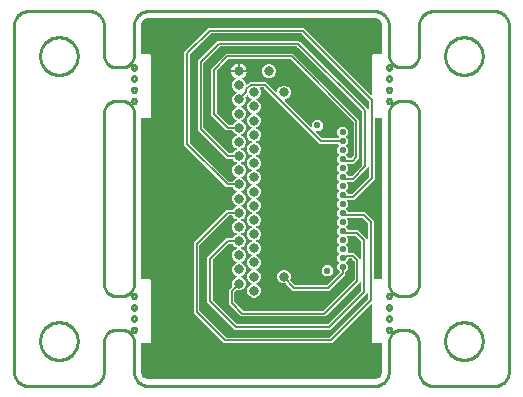
<source format=gbr>
G04 EAGLE Gerber RS-274X export*
G75*
%MOIN*%
%FSLAX34Y34*%
%LPD*%
%INEAGLE Copper Layer 15*%
%IPPOS*%
%AMOC8*
5,1,8,0,0,1.08239X$1,22.5*%
G01*
%ADD10C,0.032000*%
%ADD11C,0.023000*%
%ADD12C,0.006000*%
%ADD13C,0.010000*%

G36*
X4000Y-10269D02*
X4000Y-10269D01*
X4001Y-10269D01*
X4003Y-10269D01*
X4050Y-10264D01*
X4051Y-10264D01*
X4053Y-10264D01*
X4058Y-10262D01*
X4145Y-10227D01*
X4147Y-10225D01*
X4150Y-10224D01*
X4152Y-10222D01*
X4153Y-10222D01*
X4153Y-10221D01*
X4154Y-10220D01*
X4220Y-10154D01*
X4222Y-10152D01*
X4224Y-10149D01*
X4225Y-10147D01*
X4226Y-10146D01*
X4227Y-10145D01*
X4262Y-10058D01*
X4263Y-10056D01*
X4263Y-10055D01*
X4264Y-10050D01*
X4269Y-10003D01*
X4269Y-10002D01*
X4269Y-10000D01*
X4269Y-9090D01*
X4269Y-9089D01*
X4269Y-9088D01*
X4268Y-9084D01*
X4268Y-9081D01*
X4267Y-9080D01*
X4267Y-9079D01*
X4265Y-9075D01*
X4263Y-9072D01*
X4262Y-9071D01*
X4259Y-9068D01*
X4256Y-9066D01*
X4255Y-9065D01*
X4254Y-9065D01*
X4251Y-9063D01*
X4247Y-9062D01*
X4246Y-9062D01*
X4245Y-9061D01*
X4240Y-9061D01*
X3975Y-9061D01*
X3939Y-9025D01*
X3939Y-7791D01*
X3939Y-7788D01*
X3939Y-7785D01*
X3938Y-7783D01*
X3938Y-7781D01*
X3936Y-7779D01*
X3935Y-7776D01*
X3934Y-7775D01*
X3933Y-7773D01*
X3931Y-7771D01*
X3929Y-7769D01*
X3928Y-7768D01*
X3926Y-7767D01*
X3923Y-7765D01*
X3921Y-7764D01*
X3919Y-7763D01*
X3917Y-7763D01*
X3915Y-7762D01*
X3912Y-7762D01*
X3910Y-7762D01*
X3908Y-7762D01*
X3905Y-7762D01*
X3902Y-7763D01*
X3900Y-7764D01*
X3899Y-7764D01*
X3896Y-7766D01*
X3893Y-7767D01*
X3891Y-7769D01*
X3890Y-7770D01*
X3889Y-7770D01*
X2591Y-9069D01*
X-991Y-9069D01*
X-2003Y-8057D01*
X-2003Y-5718D01*
X-918Y-4634D01*
X-726Y-4634D01*
X-722Y-4633D01*
X-717Y-4632D01*
X-713Y-4630D01*
X-708Y-4628D01*
X-708Y-4627D01*
X-705Y-4624D01*
X-702Y-4621D01*
X-702Y-4620D01*
X-699Y-4616D01*
X-691Y-4597D01*
X-628Y-4533D01*
X-585Y-4515D01*
X-582Y-4514D01*
X-580Y-4512D01*
X-578Y-4511D01*
X-577Y-4510D01*
X-575Y-4508D01*
X-573Y-4506D01*
X-572Y-4504D01*
X-571Y-4503D01*
X-570Y-4500D01*
X-568Y-4497D01*
X-568Y-4496D01*
X-567Y-4494D01*
X-567Y-4491D01*
X-567Y-4488D01*
X-567Y-4486D01*
X-567Y-4484D01*
X-568Y-4481D01*
X-568Y-4479D01*
X-569Y-4477D01*
X-570Y-4475D01*
X-572Y-4473D01*
X-573Y-4470D01*
X-574Y-4469D01*
X-576Y-4467D01*
X-578Y-4466D01*
X-580Y-4464D01*
X-583Y-4462D01*
X-584Y-4462D01*
X-585Y-4461D01*
X-628Y-4443D01*
X-691Y-4380D01*
X-726Y-4297D01*
X-726Y-4207D01*
X-691Y-4124D01*
X-628Y-4061D01*
X-585Y-4043D01*
X-582Y-4041D01*
X-580Y-4040D01*
X-578Y-4039D01*
X-577Y-4038D01*
X-575Y-4035D01*
X-573Y-4033D01*
X-572Y-4032D01*
X-571Y-4030D01*
X-570Y-4028D01*
X-568Y-4025D01*
X-568Y-4023D01*
X-567Y-4021D01*
X-567Y-4018D01*
X-567Y-4016D01*
X-567Y-4014D01*
X-567Y-4012D01*
X-568Y-4009D01*
X-568Y-4006D01*
X-569Y-4004D01*
X-570Y-4003D01*
X-572Y-4000D01*
X-573Y-3998D01*
X-574Y-3996D01*
X-576Y-3995D01*
X-578Y-3993D01*
X-580Y-3991D01*
X-583Y-3990D01*
X-583Y-3989D01*
X-584Y-3989D01*
X-585Y-3989D01*
X-628Y-3971D01*
X-691Y-3907D01*
X-699Y-3888D01*
X-702Y-3884D01*
X-704Y-3880D01*
X-708Y-3877D01*
X-712Y-3874D01*
X-716Y-3872D01*
X-721Y-3871D01*
X-726Y-3870D01*
X-918Y-3870D01*
X-2316Y-2472D01*
X-2316Y625D01*
X-1501Y1439D01*
X1665Y1439D01*
X3889Y-785D01*
X3892Y-787D01*
X3894Y-789D01*
X3896Y-789D01*
X3897Y-791D01*
X3900Y-791D01*
X3903Y-793D01*
X3904Y-793D01*
X3906Y-793D01*
X3909Y-793D01*
X3912Y-794D01*
X3914Y-793D01*
X3916Y-793D01*
X3919Y-792D01*
X3921Y-791D01*
X3923Y-790D01*
X3925Y-790D01*
X3927Y-788D01*
X3929Y-786D01*
X3931Y-785D01*
X3932Y-783D01*
X3934Y-781D01*
X3935Y-779D01*
X3936Y-777D01*
X3937Y-775D01*
X3938Y-772D01*
X3939Y-770D01*
X3939Y-767D01*
X3939Y-766D01*
X3939Y-765D01*
X3939Y-764D01*
X3939Y525D01*
X3975Y561D01*
X4240Y561D01*
X4241Y561D01*
X4242Y561D01*
X4246Y562D01*
X4249Y562D01*
X4250Y563D01*
X4251Y563D01*
X4255Y565D01*
X4258Y567D01*
X4259Y568D01*
X4262Y571D01*
X4264Y574D01*
X4265Y575D01*
X4265Y576D01*
X4267Y579D01*
X4268Y583D01*
X4268Y584D01*
X4269Y585D01*
X4269Y590D01*
X4269Y1500D01*
X4269Y1501D01*
X4269Y1503D01*
X4264Y1550D01*
X4264Y1551D01*
X4264Y1553D01*
X4262Y1558D01*
X4227Y1645D01*
X4225Y1647D01*
X4224Y1650D01*
X4222Y1652D01*
X4222Y1653D01*
X4221Y1653D01*
X4220Y1654D01*
X4154Y1720D01*
X4152Y1722D01*
X4149Y1724D01*
X4147Y1725D01*
X4146Y1726D01*
X4145Y1727D01*
X4058Y1762D01*
X4056Y1763D01*
X4055Y1763D01*
X4050Y1764D01*
X4003Y1769D01*
X4002Y1769D01*
X4000Y1769D01*
X-3500Y1769D01*
X-3501Y1769D01*
X-3503Y1769D01*
X-3550Y1764D01*
X-3551Y1764D01*
X-3553Y1764D01*
X-3558Y1762D01*
X-3645Y1727D01*
X-3647Y1725D01*
X-3650Y1724D01*
X-3652Y1722D01*
X-3653Y1722D01*
X-3653Y1721D01*
X-3654Y1720D01*
X-3720Y1654D01*
X-3722Y1652D01*
X-3724Y1649D01*
X-3725Y1647D01*
X-3726Y1646D01*
X-3727Y1645D01*
X-3762Y1558D01*
X-3763Y1556D01*
X-3763Y1555D01*
X-3764Y1550D01*
X-3769Y1503D01*
X-3769Y1502D01*
X-3769Y1500D01*
X-3769Y590D01*
X-3769Y589D01*
X-3769Y588D01*
X-3768Y584D01*
X-3768Y581D01*
X-3767Y580D01*
X-3767Y579D01*
X-3765Y575D01*
X-3763Y572D01*
X-3762Y571D01*
X-3759Y568D01*
X-3756Y566D01*
X-3755Y565D01*
X-3754Y565D01*
X-3751Y563D01*
X-3747Y562D01*
X-3746Y562D01*
X-3745Y561D01*
X-3740Y561D01*
X-3475Y561D01*
X-3439Y525D01*
X-3439Y-1525D01*
X-3475Y-1561D01*
X-3740Y-1561D01*
X-3741Y-1561D01*
X-3742Y-1561D01*
X-3746Y-1562D01*
X-3749Y-1562D01*
X-3750Y-1563D01*
X-3751Y-1563D01*
X-3755Y-1565D01*
X-3758Y-1567D01*
X-3759Y-1568D01*
X-3762Y-1571D01*
X-3764Y-1574D01*
X-3765Y-1575D01*
X-3765Y-1576D01*
X-3767Y-1579D01*
X-3768Y-1583D01*
X-3768Y-1584D01*
X-3769Y-1585D01*
X-3769Y-1590D01*
X-3769Y-6910D01*
X-3769Y-6911D01*
X-3769Y-6912D01*
X-3768Y-6916D01*
X-3768Y-6919D01*
X-3767Y-6920D01*
X-3767Y-6921D01*
X-3765Y-6925D01*
X-3763Y-6928D01*
X-3762Y-6929D01*
X-3759Y-6932D01*
X-3756Y-6934D01*
X-3755Y-6935D01*
X-3754Y-6935D01*
X-3751Y-6937D01*
X-3747Y-6938D01*
X-3746Y-6938D01*
X-3745Y-6939D01*
X-3740Y-6939D01*
X-3475Y-6939D01*
X-3439Y-6975D01*
X-3439Y-9025D01*
X-3475Y-9061D01*
X-3740Y-9061D01*
X-3741Y-9061D01*
X-3742Y-9061D01*
X-3746Y-9062D01*
X-3749Y-9062D01*
X-3750Y-9063D01*
X-3751Y-9063D01*
X-3755Y-9065D01*
X-3758Y-9067D01*
X-3759Y-9068D01*
X-3762Y-9071D01*
X-3764Y-9074D01*
X-3765Y-9075D01*
X-3765Y-9076D01*
X-3767Y-9079D01*
X-3768Y-9083D01*
X-3768Y-9084D01*
X-3769Y-9085D01*
X-3769Y-9090D01*
X-3769Y-10000D01*
X-3769Y-10001D01*
X-3769Y-10003D01*
X-3764Y-10050D01*
X-3764Y-10051D01*
X-3764Y-10053D01*
X-3762Y-10058D01*
X-3727Y-10145D01*
X-3725Y-10147D01*
X-3724Y-10150D01*
X-3722Y-10152D01*
X-3722Y-10153D01*
X-3721Y-10153D01*
X-3720Y-10154D01*
X-3654Y-10220D01*
X-3652Y-10222D01*
X-3649Y-10224D01*
X-3647Y-10225D01*
X-3646Y-10226D01*
X-3645Y-10227D01*
X-3558Y-10262D01*
X-3556Y-10263D01*
X-3555Y-10263D01*
X-3550Y-10264D01*
X-3503Y-10269D01*
X-3502Y-10269D01*
X-3500Y-10269D01*
X4000Y-10269D01*
X4000Y-10269D01*
G37*
G36*
X2300Y-7995D02*
X2300Y-7995D01*
X2304Y-7995D01*
X2305Y-7994D01*
X2306Y-7994D01*
X2309Y-7992D01*
X2313Y-7991D01*
X2314Y-7990D01*
X2315Y-7989D01*
X2317Y-7987D01*
X3347Y-6957D01*
X3349Y-6954D01*
X3352Y-6951D01*
X3352Y-6950D01*
X3353Y-6949D01*
X3354Y-6946D01*
X3355Y-6942D01*
X3355Y-6941D01*
X3355Y-6940D01*
X3355Y-6939D01*
X3356Y-6937D01*
X3356Y-6356D01*
X3355Y-6352D01*
X3354Y-6348D01*
X3354Y-6347D01*
X3354Y-6346D01*
X3352Y-6343D01*
X3350Y-6339D01*
X3349Y-6338D01*
X3349Y-6337D01*
X3347Y-6335D01*
X3267Y-6256D01*
X3264Y-6253D01*
X3261Y-6251D01*
X3260Y-6250D01*
X3259Y-6250D01*
X3256Y-6249D01*
X3252Y-6247D01*
X3251Y-6247D01*
X3250Y-6247D01*
X3249Y-6247D01*
X3247Y-6247D01*
X3161Y-6247D01*
X3160Y-6247D01*
X3159Y-6247D01*
X3156Y-6248D01*
X3152Y-6249D01*
X3151Y-6249D01*
X3150Y-6249D01*
X3147Y-6251D01*
X3143Y-6253D01*
X3143Y-6254D01*
X3142Y-6254D01*
X3139Y-6257D01*
X3137Y-6260D01*
X3136Y-6261D01*
X3136Y-6262D01*
X3134Y-6265D01*
X3133Y-6269D01*
X3133Y-6270D01*
X3132Y-6271D01*
X3132Y-6276D01*
X3132Y-6309D01*
X3075Y-6366D01*
X3074Y-6367D01*
X3072Y-6370D01*
X3070Y-6373D01*
X3070Y-6374D01*
X3069Y-6375D01*
X3068Y-6379D01*
X3067Y-6382D01*
X3067Y-6384D01*
X3067Y-6385D01*
X3067Y-6388D01*
X3067Y-6392D01*
X3068Y-6393D01*
X3068Y-6394D01*
X3070Y-6397D01*
X3071Y-6401D01*
X3072Y-6402D01*
X3072Y-6403D01*
X3075Y-6407D01*
X3132Y-6463D01*
X3132Y-6609D01*
X3056Y-6685D01*
X3053Y-6689D01*
X3051Y-6692D01*
X3050Y-6693D01*
X3049Y-6697D01*
X3047Y-6701D01*
X3047Y-6702D01*
X3047Y-6703D01*
X3047Y-6706D01*
X3047Y-6784D01*
X2515Y-7316D01*
X1307Y-7316D01*
X1075Y-7083D01*
X1074Y-7083D01*
X1071Y-7080D01*
X1067Y-7078D01*
X1062Y-7076D01*
X1058Y-7075D01*
X1057Y-7075D01*
X1053Y-7075D01*
X1048Y-7075D01*
X1046Y-7076D01*
X955Y-7076D01*
X872Y-7042D01*
X809Y-6978D01*
X774Y-6895D01*
X774Y-6805D01*
X809Y-6723D01*
X872Y-6659D01*
X955Y-6625D01*
X1045Y-6625D01*
X1128Y-6659D01*
X1191Y-6723D01*
X1226Y-6805D01*
X1226Y-6895D01*
X1209Y-6936D01*
X1208Y-6940D01*
X1207Y-6945D01*
X1207Y-6950D01*
X1208Y-6954D01*
X1208Y-6955D01*
X1210Y-6959D01*
X1212Y-6963D01*
X1215Y-6967D01*
X1374Y-7126D01*
X1377Y-7128D01*
X1380Y-7130D01*
X1381Y-7131D01*
X1385Y-7132D01*
X1389Y-7134D01*
X1390Y-7134D01*
X1391Y-7134D01*
X1394Y-7134D01*
X2428Y-7134D01*
X2432Y-7134D01*
X2436Y-7133D01*
X2437Y-7133D01*
X2441Y-7131D01*
X2444Y-7129D01*
X2445Y-7128D01*
X2446Y-7128D01*
X2448Y-7126D01*
X2852Y-6722D01*
X2853Y-6721D01*
X2854Y-6720D01*
X2856Y-6717D01*
X2858Y-6714D01*
X2858Y-6713D01*
X2859Y-6712D01*
X2859Y-6709D01*
X2860Y-6705D01*
X2860Y-6704D01*
X2861Y-6703D01*
X2860Y-6699D01*
X2860Y-6696D01*
X2860Y-6695D01*
X2860Y-6693D01*
X2858Y-6690D01*
X2857Y-6687D01*
X2856Y-6686D01*
X2856Y-6685D01*
X2853Y-6681D01*
X2852Y-6681D01*
X2781Y-6609D01*
X2781Y-6463D01*
X2837Y-6407D01*
X2838Y-6406D01*
X2838Y-6405D01*
X2840Y-6402D01*
X2843Y-6399D01*
X2843Y-6398D01*
X2843Y-6397D01*
X2844Y-6394D01*
X2845Y-6390D01*
X2845Y-6389D01*
X2846Y-6388D01*
X2845Y-6384D01*
X2845Y-6380D01*
X2845Y-6379D01*
X2845Y-6378D01*
X2843Y-6375D01*
X2842Y-6371D01*
X2841Y-6371D01*
X2840Y-6370D01*
X2837Y-6366D01*
X2781Y-6309D01*
X2781Y-6163D01*
X2837Y-6107D01*
X2838Y-6106D01*
X2838Y-6105D01*
X2839Y-6104D01*
X2841Y-6103D01*
X2841Y-6101D01*
X2843Y-6099D01*
X2843Y-6098D01*
X2843Y-6097D01*
X2844Y-6095D01*
X2844Y-6094D01*
X2845Y-6093D01*
X2845Y-6090D01*
X2845Y-6089D01*
X2846Y-6088D01*
X2845Y-6085D01*
X2845Y-6084D01*
X2845Y-6083D01*
X2845Y-6080D01*
X2845Y-6079D01*
X2845Y-6078D01*
X2843Y-6076D01*
X2843Y-6075D01*
X2843Y-6074D01*
X2842Y-6071D01*
X2841Y-6071D01*
X2840Y-6070D01*
X2837Y-6066D01*
X2781Y-6009D01*
X2781Y-5863D01*
X2837Y-5807D01*
X2838Y-5806D01*
X2838Y-5805D01*
X2840Y-5802D01*
X2843Y-5799D01*
X2843Y-5798D01*
X2843Y-5797D01*
X2844Y-5794D01*
X2845Y-5790D01*
X2845Y-5789D01*
X2846Y-5788D01*
X2845Y-5784D01*
X2845Y-5780D01*
X2845Y-5779D01*
X2845Y-5778D01*
X2843Y-5775D01*
X2842Y-5771D01*
X2841Y-5771D01*
X2840Y-5770D01*
X2837Y-5766D01*
X2781Y-5709D01*
X2781Y-5563D01*
X2837Y-5507D01*
X2838Y-5506D01*
X2838Y-5505D01*
X2840Y-5502D01*
X2843Y-5499D01*
X2843Y-5498D01*
X2843Y-5497D01*
X2844Y-5494D01*
X2845Y-5490D01*
X2845Y-5489D01*
X2846Y-5488D01*
X2845Y-5484D01*
X2845Y-5480D01*
X2845Y-5479D01*
X2845Y-5478D01*
X2843Y-5475D01*
X2842Y-5471D01*
X2841Y-5471D01*
X2840Y-5470D01*
X2837Y-5466D01*
X2781Y-5409D01*
X2781Y-5263D01*
X2837Y-5207D01*
X2838Y-5206D01*
X2838Y-5205D01*
X2840Y-5202D01*
X2843Y-5199D01*
X2843Y-5198D01*
X2843Y-5197D01*
X2844Y-5194D01*
X2845Y-5190D01*
X2845Y-5189D01*
X2846Y-5188D01*
X2845Y-5184D01*
X2845Y-5180D01*
X2845Y-5179D01*
X2845Y-5178D01*
X2843Y-5175D01*
X2842Y-5171D01*
X2841Y-5171D01*
X2840Y-5170D01*
X2837Y-5166D01*
X2781Y-5109D01*
X2781Y-4963D01*
X2837Y-4907D01*
X2838Y-4906D01*
X2838Y-4905D01*
X2840Y-4904D01*
X2840Y-4903D01*
X2840Y-4902D01*
X2843Y-4899D01*
X2843Y-4898D01*
X2843Y-4897D01*
X2844Y-4894D01*
X2845Y-4890D01*
X2845Y-4889D01*
X2846Y-4888D01*
X2845Y-4884D01*
X2845Y-4880D01*
X2845Y-4879D01*
X2845Y-4878D01*
X2843Y-4875D01*
X2842Y-4871D01*
X2841Y-4871D01*
X2840Y-4870D01*
X2837Y-4866D01*
X2781Y-4809D01*
X2781Y-4663D01*
X2837Y-4607D01*
X2838Y-4606D01*
X2838Y-4605D01*
X2840Y-4602D01*
X2843Y-4599D01*
X2843Y-4598D01*
X2843Y-4597D01*
X2844Y-4594D01*
X2845Y-4590D01*
X2845Y-4589D01*
X2846Y-4588D01*
X2845Y-4584D01*
X2845Y-4580D01*
X2845Y-4579D01*
X2845Y-4578D01*
X2843Y-4575D01*
X2842Y-4571D01*
X2841Y-4571D01*
X2840Y-4570D01*
X2837Y-4566D01*
X2781Y-4509D01*
X2781Y-4363D01*
X2837Y-4307D01*
X2838Y-4306D01*
X2838Y-4305D01*
X2840Y-4302D01*
X2843Y-4299D01*
X2843Y-4298D01*
X2843Y-4297D01*
X2844Y-4294D01*
X2845Y-4290D01*
X2845Y-4289D01*
X2846Y-4288D01*
X2845Y-4284D01*
X2845Y-4280D01*
X2845Y-4279D01*
X2845Y-4278D01*
X2843Y-4275D01*
X2842Y-4271D01*
X2841Y-4271D01*
X2840Y-4270D01*
X2837Y-4266D01*
X2781Y-4209D01*
X2781Y-4063D01*
X2837Y-4007D01*
X2838Y-4006D01*
X2838Y-4005D01*
X2840Y-4002D01*
X2843Y-3999D01*
X2843Y-3998D01*
X2843Y-3997D01*
X2844Y-3994D01*
X2845Y-3990D01*
X2845Y-3989D01*
X2846Y-3988D01*
X2845Y-3984D01*
X2845Y-3980D01*
X2845Y-3979D01*
X2845Y-3978D01*
X2843Y-3975D01*
X2842Y-3971D01*
X2841Y-3971D01*
X2840Y-3970D01*
X2837Y-3966D01*
X2781Y-3909D01*
X2781Y-3763D01*
X2837Y-3707D01*
X2838Y-3706D01*
X2838Y-3705D01*
X2840Y-3702D01*
X2843Y-3699D01*
X2843Y-3698D01*
X2843Y-3697D01*
X2844Y-3694D01*
X2845Y-3690D01*
X2845Y-3689D01*
X2846Y-3688D01*
X2845Y-3684D01*
X2845Y-3680D01*
X2845Y-3679D01*
X2845Y-3678D01*
X2843Y-3675D01*
X2842Y-3671D01*
X2841Y-3671D01*
X2840Y-3670D01*
X2837Y-3666D01*
X2781Y-3609D01*
X2781Y-3463D01*
X2837Y-3407D01*
X2838Y-3406D01*
X2838Y-3405D01*
X2840Y-3402D01*
X2843Y-3399D01*
X2843Y-3398D01*
X2843Y-3397D01*
X2844Y-3394D01*
X2845Y-3390D01*
X2845Y-3389D01*
X2846Y-3388D01*
X2845Y-3384D01*
X2845Y-3380D01*
X2845Y-3379D01*
X2845Y-3378D01*
X2843Y-3375D01*
X2842Y-3371D01*
X2841Y-3371D01*
X2840Y-3370D01*
X2837Y-3366D01*
X2781Y-3309D01*
X2781Y-3163D01*
X2837Y-3107D01*
X2838Y-3106D01*
X2838Y-3105D01*
X2840Y-3102D01*
X2843Y-3099D01*
X2843Y-3098D01*
X2843Y-3097D01*
X2844Y-3094D01*
X2845Y-3090D01*
X2845Y-3089D01*
X2846Y-3088D01*
X2845Y-3084D01*
X2845Y-3080D01*
X2845Y-3079D01*
X2845Y-3078D01*
X2843Y-3075D01*
X2842Y-3071D01*
X2841Y-3071D01*
X2840Y-3070D01*
X2837Y-3066D01*
X2781Y-3009D01*
X2781Y-2863D01*
X2837Y-2807D01*
X2838Y-2806D01*
X2838Y-2805D01*
X2840Y-2802D01*
X2843Y-2799D01*
X2843Y-2798D01*
X2843Y-2797D01*
X2844Y-2794D01*
X2845Y-2790D01*
X2845Y-2789D01*
X2846Y-2788D01*
X2845Y-2784D01*
X2845Y-2780D01*
X2845Y-2779D01*
X2845Y-2778D01*
X2843Y-2775D01*
X2842Y-2771D01*
X2841Y-2771D01*
X2840Y-2770D01*
X2837Y-2766D01*
X2781Y-2709D01*
X2781Y-2563D01*
X2837Y-2507D01*
X2838Y-2506D01*
X2838Y-2505D01*
X2840Y-2502D01*
X2843Y-2499D01*
X2843Y-2498D01*
X2843Y-2497D01*
X2844Y-2494D01*
X2845Y-2490D01*
X2845Y-2489D01*
X2846Y-2488D01*
X2845Y-2484D01*
X2845Y-2480D01*
X2845Y-2479D01*
X2845Y-2478D01*
X2843Y-2475D01*
X2842Y-2471D01*
X2841Y-2471D01*
X2840Y-2470D01*
X2837Y-2466D01*
X2807Y-2436D01*
X2804Y-2433D01*
X2801Y-2431D01*
X2800Y-2430D01*
X2799Y-2430D01*
X2795Y-2429D01*
X2792Y-2427D01*
X2791Y-2427D01*
X2790Y-2427D01*
X2789Y-2427D01*
X2786Y-2427D01*
X2210Y-2427D01*
X336Y-553D01*
X333Y-551D01*
X330Y-548D01*
X329Y-548D01*
X328Y-547D01*
X324Y-546D01*
X321Y-545D01*
X320Y-545D01*
X319Y-545D01*
X318Y-545D01*
X315Y-544D01*
X220Y-544D01*
X218Y-545D01*
X216Y-545D01*
X213Y-546D01*
X211Y-546D01*
X209Y-547D01*
X207Y-548D01*
X205Y-549D01*
X202Y-550D01*
X201Y-552D01*
X199Y-553D01*
X198Y-555D01*
X196Y-558D01*
X195Y-559D01*
X194Y-561D01*
X193Y-564D01*
X192Y-566D01*
X192Y-568D01*
X191Y-570D01*
X191Y-573D01*
X191Y-576D01*
X191Y-578D01*
X191Y-580D01*
X193Y-585D01*
X226Y-664D01*
X226Y-754D01*
X191Y-837D01*
X128Y-900D01*
X85Y-918D01*
X82Y-919D01*
X80Y-921D01*
X78Y-922D01*
X77Y-923D01*
X75Y-925D01*
X73Y-927D01*
X72Y-929D01*
X71Y-930D01*
X70Y-933D01*
X68Y-936D01*
X68Y-938D01*
X67Y-939D01*
X67Y-942D01*
X67Y-945D01*
X67Y-947D01*
X67Y-949D01*
X68Y-952D01*
X68Y-955D01*
X69Y-956D01*
X70Y-958D01*
X72Y-960D01*
X73Y-963D01*
X74Y-964D01*
X76Y-966D01*
X78Y-967D01*
X80Y-969D01*
X83Y-971D01*
X84Y-971D01*
X85Y-972D01*
X128Y-990D01*
X191Y-1053D01*
X226Y-1136D01*
X226Y-1226D01*
X191Y-1309D01*
X128Y-1372D01*
X85Y-1390D01*
X82Y-1392D01*
X80Y-1393D01*
X78Y-1394D01*
X77Y-1395D01*
X75Y-1398D01*
X73Y-1400D01*
X72Y-1401D01*
X71Y-1403D01*
X70Y-1406D01*
X68Y-1408D01*
X68Y-1410D01*
X67Y-1412D01*
X67Y-1415D01*
X67Y-1418D01*
X67Y-1419D01*
X67Y-1421D01*
X68Y-1424D01*
X68Y-1427D01*
X69Y-1429D01*
X70Y-1430D01*
X72Y-1433D01*
X73Y-1435D01*
X74Y-1437D01*
X76Y-1438D01*
X78Y-1440D01*
X80Y-1442D01*
X83Y-1443D01*
X83Y-1444D01*
X84Y-1444D01*
X85Y-1444D01*
X128Y-1462D01*
X191Y-1526D01*
X226Y-1609D01*
X226Y-1698D01*
X191Y-1781D01*
X128Y-1845D01*
X85Y-1863D01*
X82Y-1864D01*
X80Y-1866D01*
X78Y-1867D01*
X77Y-1868D01*
X75Y-1870D01*
X73Y-1872D01*
X72Y-1874D01*
X71Y-1875D01*
X70Y-1878D01*
X68Y-1881D01*
X68Y-1882D01*
X67Y-1884D01*
X67Y-1887D01*
X67Y-1890D01*
X67Y-1892D01*
X67Y-1894D01*
X68Y-1897D01*
X68Y-1899D01*
X69Y-1901D01*
X70Y-1903D01*
X72Y-1905D01*
X73Y-1908D01*
X74Y-1909D01*
X76Y-1911D01*
X78Y-1912D01*
X80Y-1914D01*
X83Y-1916D01*
X84Y-1916D01*
X85Y-1917D01*
X128Y-1935D01*
X191Y-1998D01*
X226Y-2081D01*
X226Y-2171D01*
X191Y-2254D01*
X128Y-2317D01*
X85Y-2335D01*
X82Y-2337D01*
X80Y-2338D01*
X78Y-2339D01*
X77Y-2340D01*
X75Y-2343D01*
X73Y-2345D01*
X72Y-2346D01*
X71Y-2348D01*
X70Y-2350D01*
X68Y-2353D01*
X68Y-2355D01*
X67Y-2357D01*
X67Y-2360D01*
X67Y-2362D01*
X67Y-2364D01*
X67Y-2366D01*
X68Y-2369D01*
X68Y-2372D01*
X69Y-2374D01*
X70Y-2375D01*
X72Y-2378D01*
X73Y-2380D01*
X74Y-2382D01*
X76Y-2383D01*
X78Y-2385D01*
X80Y-2387D01*
X83Y-2388D01*
X83Y-2389D01*
X84Y-2389D01*
X85Y-2389D01*
X128Y-2407D01*
X191Y-2471D01*
X226Y-2554D01*
X226Y-2643D01*
X191Y-2726D01*
X128Y-2790D01*
X85Y-2808D01*
X82Y-2809D01*
X80Y-2810D01*
X78Y-2812D01*
X77Y-2813D01*
X75Y-2815D01*
X73Y-2817D01*
X72Y-2819D01*
X71Y-2820D01*
X70Y-2823D01*
X68Y-2825D01*
X68Y-2827D01*
X67Y-2829D01*
X67Y-2832D01*
X67Y-2835D01*
X67Y-2837D01*
X67Y-2839D01*
X68Y-2841D01*
X68Y-2844D01*
X69Y-2846D01*
X70Y-2848D01*
X72Y-2850D01*
X73Y-2853D01*
X74Y-2854D01*
X76Y-2855D01*
X78Y-2857D01*
X80Y-2859D01*
X83Y-2861D01*
X84Y-2861D01*
X85Y-2862D01*
X128Y-2879D01*
X191Y-2943D01*
X226Y-3026D01*
X226Y-3116D01*
X191Y-3199D01*
X128Y-3262D01*
X85Y-3280D01*
X82Y-3282D01*
X80Y-3283D01*
X78Y-3284D01*
X77Y-3285D01*
X75Y-3287D01*
X73Y-3289D01*
X72Y-3291D01*
X71Y-3293D01*
X70Y-3295D01*
X68Y-3298D01*
X68Y-3300D01*
X67Y-3301D01*
X67Y-3304D01*
X67Y-3307D01*
X67Y-3309D01*
X67Y-3311D01*
X68Y-3314D01*
X68Y-3317D01*
X69Y-3318D01*
X70Y-3320D01*
X72Y-3323D01*
X73Y-3325D01*
X74Y-3326D01*
X76Y-3328D01*
X78Y-3330D01*
X80Y-3332D01*
X83Y-3333D01*
X84Y-3334D01*
X85Y-3334D01*
X128Y-3352D01*
X191Y-3415D01*
X226Y-3498D01*
X226Y-3588D01*
X191Y-3671D01*
X128Y-3735D01*
X85Y-3753D01*
X82Y-3754D01*
X80Y-3755D01*
X78Y-3757D01*
X77Y-3758D01*
X75Y-3760D01*
X73Y-3762D01*
X72Y-3764D01*
X71Y-3765D01*
X70Y-3768D01*
X68Y-3770D01*
X68Y-3772D01*
X67Y-3774D01*
X67Y-3777D01*
X67Y-3780D01*
X67Y-3782D01*
X67Y-3783D01*
X68Y-3786D01*
X68Y-3789D01*
X69Y-3791D01*
X70Y-3793D01*
X72Y-3795D01*
X73Y-3798D01*
X74Y-3799D01*
X76Y-3800D01*
X78Y-3802D01*
X80Y-3804D01*
X83Y-3805D01*
X83Y-3806D01*
X84Y-3806D01*
X85Y-3807D01*
X128Y-3824D01*
X191Y-3888D01*
X226Y-3971D01*
X226Y-4061D01*
X191Y-4144D01*
X128Y-4207D01*
X85Y-4225D01*
X82Y-4226D01*
X80Y-4228D01*
X78Y-4229D01*
X77Y-4230D01*
X75Y-4232D01*
X73Y-4234D01*
X72Y-4236D01*
X71Y-4237D01*
X70Y-4240D01*
X68Y-4243D01*
X68Y-4245D01*
X67Y-4246D01*
X67Y-4249D01*
X67Y-4252D01*
X67Y-4254D01*
X67Y-4256D01*
X68Y-4259D01*
X68Y-4262D01*
X69Y-4263D01*
X70Y-4265D01*
X72Y-4267D01*
X73Y-4270D01*
X74Y-4271D01*
X76Y-4273D01*
X78Y-4274D01*
X80Y-4276D01*
X83Y-4278D01*
X84Y-4278D01*
X85Y-4279D01*
X128Y-4297D01*
X191Y-4360D01*
X226Y-4443D01*
X226Y-4533D01*
X191Y-4616D01*
X128Y-4680D01*
X85Y-4697D01*
X82Y-4699D01*
X80Y-4700D01*
X78Y-4701D01*
X77Y-4702D01*
X75Y-4705D01*
X73Y-4707D01*
X72Y-4708D01*
X71Y-4710D01*
X70Y-4713D01*
X68Y-4715D01*
X68Y-4717D01*
X67Y-4719D01*
X67Y-4722D01*
X67Y-4725D01*
X67Y-4726D01*
X67Y-4728D01*
X68Y-4731D01*
X68Y-4734D01*
X69Y-4736D01*
X70Y-4738D01*
X72Y-4740D01*
X73Y-4742D01*
X74Y-4744D01*
X76Y-4745D01*
X78Y-4747D01*
X80Y-4749D01*
X83Y-4750D01*
X83Y-4751D01*
X84Y-4751D01*
X85Y-4751D01*
X128Y-4769D01*
X191Y-4833D01*
X226Y-4916D01*
X226Y-5006D01*
X191Y-5089D01*
X128Y-5152D01*
X85Y-5170D01*
X82Y-5171D01*
X80Y-5173D01*
X78Y-5174D01*
X77Y-5175D01*
X75Y-5177D01*
X73Y-5179D01*
X72Y-5181D01*
X71Y-5182D01*
X70Y-5185D01*
X68Y-5188D01*
X68Y-5189D01*
X67Y-5191D01*
X67Y-5194D01*
X67Y-5197D01*
X67Y-5199D01*
X67Y-5201D01*
X68Y-5204D01*
X68Y-5206D01*
X69Y-5208D01*
X70Y-5210D01*
X72Y-5212D01*
X73Y-5215D01*
X74Y-5216D01*
X76Y-5218D01*
X78Y-5219D01*
X80Y-5221D01*
X83Y-5223D01*
X84Y-5223D01*
X85Y-5224D01*
X128Y-5242D01*
X191Y-5305D01*
X226Y-5388D01*
X226Y-5478D01*
X191Y-5561D01*
X128Y-5624D01*
X85Y-5642D01*
X82Y-5644D01*
X80Y-5645D01*
X78Y-5646D01*
X77Y-5647D01*
X75Y-5650D01*
X73Y-5652D01*
X72Y-5653D01*
X71Y-5655D01*
X70Y-5657D01*
X68Y-5660D01*
X68Y-5662D01*
X67Y-5664D01*
X67Y-5667D01*
X67Y-5670D01*
X67Y-5671D01*
X67Y-5673D01*
X68Y-5676D01*
X68Y-5679D01*
X69Y-5681D01*
X70Y-5682D01*
X72Y-5685D01*
X73Y-5687D01*
X74Y-5689D01*
X76Y-5690D01*
X78Y-5692D01*
X80Y-5694D01*
X83Y-5695D01*
X83Y-5696D01*
X84Y-5696D01*
X85Y-5696D01*
X128Y-5714D01*
X191Y-5778D01*
X226Y-5861D01*
X226Y-5950D01*
X191Y-6033D01*
X128Y-6097D01*
X85Y-6115D01*
X82Y-6116D01*
X80Y-6117D01*
X78Y-6119D01*
X77Y-6120D01*
X75Y-6122D01*
X73Y-6124D01*
X72Y-6126D01*
X71Y-6127D01*
X70Y-6130D01*
X68Y-6133D01*
X68Y-6134D01*
X67Y-6136D01*
X67Y-6139D01*
X67Y-6142D01*
X67Y-6144D01*
X67Y-6146D01*
X68Y-6148D01*
X68Y-6151D01*
X69Y-6153D01*
X70Y-6155D01*
X72Y-6157D01*
X73Y-6160D01*
X74Y-6161D01*
X76Y-6163D01*
X78Y-6164D01*
X80Y-6166D01*
X83Y-6168D01*
X84Y-6168D01*
X85Y-6169D01*
X128Y-6187D01*
X191Y-6250D01*
X226Y-6333D01*
X226Y-6423D01*
X191Y-6506D01*
X128Y-6569D01*
X85Y-6587D01*
X82Y-6589D01*
X80Y-6590D01*
X78Y-6591D01*
X77Y-6592D01*
X75Y-6594D01*
X73Y-6596D01*
X72Y-6598D01*
X71Y-6600D01*
X70Y-6602D01*
X68Y-6605D01*
X68Y-6607D01*
X67Y-6609D01*
X67Y-6612D01*
X67Y-6614D01*
X67Y-6616D01*
X67Y-6618D01*
X68Y-6621D01*
X68Y-6624D01*
X69Y-6625D01*
X70Y-6627D01*
X72Y-6630D01*
X73Y-6632D01*
X74Y-6633D01*
X76Y-6635D01*
X78Y-6637D01*
X80Y-6639D01*
X83Y-6640D01*
X83Y-6641D01*
X84Y-6641D01*
X85Y-6641D01*
X128Y-6659D01*
X191Y-6723D01*
X226Y-6805D01*
X226Y-6895D01*
X191Y-6978D01*
X128Y-7042D01*
X85Y-7060D01*
X82Y-7061D01*
X80Y-7062D01*
X78Y-7064D01*
X77Y-7065D01*
X75Y-7067D01*
X73Y-7069D01*
X72Y-7071D01*
X71Y-7072D01*
X70Y-7075D01*
X68Y-7077D01*
X68Y-7079D01*
X67Y-7081D01*
X67Y-7084D01*
X67Y-7087D01*
X67Y-7089D01*
X67Y-7091D01*
X68Y-7093D01*
X68Y-7096D01*
X69Y-7098D01*
X70Y-7100D01*
X72Y-7102D01*
X73Y-7105D01*
X74Y-7106D01*
X76Y-7107D01*
X78Y-7109D01*
X80Y-7111D01*
X83Y-7112D01*
X83Y-7113D01*
X84Y-7113D01*
X85Y-7114D01*
X128Y-7131D01*
X191Y-7195D01*
X226Y-7278D01*
X226Y-7368D01*
X191Y-7451D01*
X128Y-7514D01*
X45Y-7549D01*
X-45Y-7549D01*
X-128Y-7514D01*
X-191Y-7451D01*
X-226Y-7368D01*
X-226Y-7278D01*
X-191Y-7195D01*
X-128Y-7131D01*
X-85Y-7114D01*
X-82Y-7112D01*
X-80Y-7111D01*
X-78Y-7110D01*
X-77Y-7109D01*
X-75Y-7106D01*
X-73Y-7104D01*
X-72Y-7103D01*
X-71Y-7101D01*
X-70Y-7098D01*
X-68Y-7096D01*
X-68Y-7094D01*
X-67Y-7092D01*
X-67Y-7089D01*
X-67Y-7086D01*
X-67Y-7085D01*
X-67Y-7083D01*
X-68Y-7080D01*
X-68Y-7077D01*
X-69Y-7075D01*
X-70Y-7074D01*
X-72Y-7071D01*
X-73Y-7069D01*
X-74Y-7067D01*
X-76Y-7066D01*
X-78Y-7064D01*
X-80Y-7062D01*
X-83Y-7061D01*
X-83Y-7060D01*
X-84Y-7060D01*
X-85Y-7060D01*
X-128Y-7042D01*
X-191Y-6978D01*
X-226Y-6895D01*
X-226Y-6805D01*
X-191Y-6723D01*
X-128Y-6659D01*
X-85Y-6641D01*
X-82Y-6640D01*
X-80Y-6638D01*
X-78Y-6637D01*
X-77Y-6636D01*
X-75Y-6634D01*
X-73Y-6632D01*
X-72Y-6630D01*
X-71Y-6629D01*
X-70Y-6626D01*
X-68Y-6623D01*
X-68Y-6622D01*
X-67Y-6620D01*
X-67Y-6617D01*
X-67Y-6614D01*
X-67Y-6612D01*
X-67Y-6610D01*
X-68Y-6607D01*
X-68Y-6605D01*
X-69Y-6603D01*
X-70Y-6601D01*
X-72Y-6599D01*
X-73Y-6596D01*
X-74Y-6595D01*
X-76Y-6593D01*
X-78Y-6592D01*
X-80Y-6590D01*
X-83Y-6588D01*
X-84Y-6588D01*
X-85Y-6587D01*
X-128Y-6569D01*
X-191Y-6506D01*
X-226Y-6423D01*
X-226Y-6333D01*
X-191Y-6250D01*
X-128Y-6187D01*
X-85Y-6169D01*
X-82Y-6167D01*
X-80Y-6166D01*
X-78Y-6165D01*
X-77Y-6164D01*
X-75Y-6161D01*
X-73Y-6159D01*
X-72Y-6158D01*
X-71Y-6156D01*
X-70Y-6154D01*
X-68Y-6151D01*
X-68Y-6149D01*
X-67Y-6147D01*
X-67Y-6144D01*
X-67Y-6142D01*
X-67Y-6140D01*
X-67Y-6138D01*
X-68Y-6135D01*
X-68Y-6132D01*
X-69Y-6130D01*
X-70Y-6129D01*
X-72Y-6126D01*
X-73Y-6124D01*
X-74Y-6122D01*
X-76Y-6121D01*
X-78Y-6119D01*
X-80Y-6117D01*
X-83Y-6116D01*
X-83Y-6115D01*
X-84Y-6115D01*
X-85Y-6115D01*
X-128Y-6097D01*
X-191Y-6033D01*
X-226Y-5950D01*
X-226Y-5861D01*
X-191Y-5778D01*
X-128Y-5714D01*
X-85Y-5696D01*
X-82Y-5695D01*
X-80Y-5694D01*
X-78Y-5692D01*
X-77Y-5691D01*
X-75Y-5689D01*
X-73Y-5687D01*
X-72Y-5685D01*
X-71Y-5684D01*
X-70Y-5681D01*
X-68Y-5679D01*
X-68Y-5677D01*
X-67Y-5675D01*
X-67Y-5672D01*
X-67Y-5669D01*
X-67Y-5667D01*
X-67Y-5665D01*
X-68Y-5663D01*
X-68Y-5660D01*
X-69Y-5658D01*
X-70Y-5656D01*
X-72Y-5654D01*
X-73Y-5651D01*
X-74Y-5650D01*
X-76Y-5648D01*
X-78Y-5647D01*
X-80Y-5645D01*
X-83Y-5643D01*
X-84Y-5643D01*
X-85Y-5642D01*
X-128Y-5624D01*
X-191Y-5561D01*
X-226Y-5478D01*
X-226Y-5388D01*
X-191Y-5305D01*
X-128Y-5242D01*
X-85Y-5224D01*
X-82Y-5222D01*
X-80Y-5221D01*
X-78Y-5220D01*
X-77Y-5219D01*
X-75Y-5217D01*
X-73Y-5215D01*
X-72Y-5213D01*
X-71Y-5211D01*
X-70Y-5209D01*
X-68Y-5206D01*
X-68Y-5204D01*
X-67Y-5202D01*
X-67Y-5200D01*
X-67Y-5197D01*
X-67Y-5195D01*
X-67Y-5193D01*
X-68Y-5190D01*
X-68Y-5187D01*
X-69Y-5186D01*
X-70Y-5184D01*
X-72Y-5181D01*
X-73Y-5179D01*
X-74Y-5178D01*
X-76Y-5176D01*
X-78Y-5174D01*
X-80Y-5172D01*
X-83Y-5171D01*
X-84Y-5170D01*
X-85Y-5170D01*
X-128Y-5152D01*
X-191Y-5089D01*
X-226Y-5006D01*
X-226Y-4916D01*
X-191Y-4833D01*
X-128Y-4769D01*
X-85Y-4751D01*
X-82Y-4750D01*
X-80Y-4749D01*
X-78Y-4747D01*
X-77Y-4746D01*
X-75Y-4744D01*
X-73Y-4742D01*
X-72Y-4740D01*
X-71Y-4739D01*
X-70Y-4736D01*
X-68Y-4734D01*
X-68Y-4732D01*
X-67Y-4730D01*
X-67Y-4727D01*
X-67Y-4724D01*
X-67Y-4722D01*
X-67Y-4720D01*
X-68Y-4718D01*
X-68Y-4715D01*
X-69Y-4713D01*
X-70Y-4711D01*
X-72Y-4709D01*
X-73Y-4706D01*
X-74Y-4705D01*
X-76Y-4704D01*
X-78Y-4702D01*
X-80Y-4700D01*
X-83Y-4699D01*
X-83Y-4698D01*
X-84Y-4698D01*
X-85Y-4697D01*
X-128Y-4680D01*
X-191Y-4616D01*
X-226Y-4533D01*
X-226Y-4443D01*
X-191Y-4360D01*
X-128Y-4297D01*
X-85Y-4279D01*
X-82Y-4277D01*
X-80Y-4276D01*
X-78Y-4275D01*
X-77Y-4274D01*
X-75Y-4272D01*
X-73Y-4270D01*
X-72Y-4268D01*
X-71Y-4267D01*
X-70Y-4264D01*
X-68Y-4261D01*
X-68Y-4259D01*
X-67Y-4258D01*
X-67Y-4255D01*
X-67Y-4252D01*
X-67Y-4250D01*
X-67Y-4248D01*
X-68Y-4245D01*
X-68Y-4242D01*
X-69Y-4241D01*
X-70Y-4239D01*
X-72Y-4236D01*
X-73Y-4234D01*
X-74Y-4233D01*
X-76Y-4231D01*
X-78Y-4229D01*
X-80Y-4227D01*
X-83Y-4226D01*
X-84Y-4225D01*
X-85Y-4225D01*
X-128Y-4207D01*
X-191Y-4144D01*
X-226Y-4061D01*
X-226Y-3971D01*
X-191Y-3888D01*
X-128Y-3824D01*
X-85Y-3807D01*
X-82Y-3805D01*
X-80Y-3804D01*
X-78Y-3802D01*
X-77Y-3801D01*
X-75Y-3799D01*
X-73Y-3797D01*
X-72Y-3796D01*
X-71Y-3794D01*
X-70Y-3791D01*
X-68Y-3789D01*
X-68Y-3787D01*
X-67Y-3785D01*
X-67Y-3782D01*
X-67Y-3779D01*
X-67Y-3777D01*
X-67Y-3776D01*
X-68Y-3773D01*
X-68Y-3770D01*
X-69Y-3768D01*
X-70Y-3766D01*
X-72Y-3764D01*
X-73Y-3761D01*
X-74Y-3760D01*
X-76Y-3759D01*
X-78Y-3757D01*
X-80Y-3755D01*
X-83Y-3754D01*
X-83Y-3753D01*
X-84Y-3753D01*
X-85Y-3753D01*
X-128Y-3735D01*
X-191Y-3671D01*
X-226Y-3588D01*
X-226Y-3498D01*
X-191Y-3415D01*
X-128Y-3352D01*
X-85Y-3334D01*
X-82Y-3333D01*
X-80Y-3331D01*
X-78Y-3330D01*
X-77Y-3329D01*
X-75Y-3327D01*
X-73Y-3325D01*
X-72Y-3323D01*
X-71Y-3322D01*
X-70Y-3319D01*
X-68Y-3316D01*
X-68Y-3314D01*
X-67Y-3313D01*
X-67Y-3310D01*
X-67Y-3307D01*
X-67Y-3305D01*
X-67Y-3303D01*
X-68Y-3300D01*
X-68Y-3297D01*
X-69Y-3296D01*
X-70Y-3294D01*
X-72Y-3292D01*
X-73Y-3289D01*
X-74Y-3288D01*
X-76Y-3286D01*
X-78Y-3285D01*
X-80Y-3283D01*
X-83Y-3281D01*
X-84Y-3281D01*
X-85Y-3280D01*
X-128Y-3262D01*
X-191Y-3199D01*
X-226Y-3116D01*
X-226Y-3026D01*
X-191Y-2943D01*
X-128Y-2879D01*
X-85Y-2862D01*
X-82Y-2860D01*
X-80Y-2859D01*
X-78Y-2858D01*
X-77Y-2857D01*
X-75Y-2854D01*
X-73Y-2852D01*
X-72Y-2851D01*
X-71Y-2849D01*
X-70Y-2846D01*
X-68Y-2844D01*
X-68Y-2842D01*
X-67Y-2840D01*
X-67Y-2837D01*
X-67Y-2834D01*
X-67Y-2833D01*
X-67Y-2831D01*
X-68Y-2828D01*
X-68Y-2825D01*
X-69Y-2823D01*
X-70Y-2822D01*
X-72Y-2819D01*
X-73Y-2817D01*
X-74Y-2815D01*
X-76Y-2814D01*
X-78Y-2812D01*
X-80Y-2810D01*
X-83Y-2809D01*
X-83Y-2808D01*
X-84Y-2808D01*
X-85Y-2808D01*
X-128Y-2790D01*
X-191Y-2726D01*
X-226Y-2643D01*
X-226Y-2554D01*
X-191Y-2471D01*
X-128Y-2407D01*
X-85Y-2389D01*
X-82Y-2388D01*
X-80Y-2386D01*
X-78Y-2385D01*
X-77Y-2384D01*
X-75Y-2382D01*
X-73Y-2380D01*
X-72Y-2378D01*
X-71Y-2377D01*
X-70Y-2374D01*
X-68Y-2371D01*
X-68Y-2370D01*
X-67Y-2368D01*
X-67Y-2365D01*
X-67Y-2362D01*
X-67Y-2360D01*
X-67Y-2358D01*
X-68Y-2355D01*
X-68Y-2353D01*
X-69Y-2351D01*
X-70Y-2349D01*
X-72Y-2347D01*
X-73Y-2344D01*
X-74Y-2343D01*
X-76Y-2341D01*
X-78Y-2340D01*
X-80Y-2338D01*
X-83Y-2336D01*
X-84Y-2336D01*
X-85Y-2335D01*
X-128Y-2317D01*
X-191Y-2254D01*
X-226Y-2171D01*
X-226Y-2081D01*
X-191Y-1998D01*
X-128Y-1935D01*
X-85Y-1917D01*
X-82Y-1915D01*
X-80Y-1914D01*
X-78Y-1913D01*
X-77Y-1912D01*
X-75Y-1909D01*
X-73Y-1907D01*
X-72Y-1906D01*
X-71Y-1904D01*
X-70Y-1902D01*
X-68Y-1899D01*
X-68Y-1897D01*
X-67Y-1895D01*
X-67Y-1892D01*
X-67Y-1890D01*
X-67Y-1888D01*
X-67Y-1886D01*
X-68Y-1883D01*
X-68Y-1880D01*
X-69Y-1878D01*
X-70Y-1877D01*
X-72Y-1874D01*
X-73Y-1872D01*
X-74Y-1870D01*
X-76Y-1869D01*
X-78Y-1867D01*
X-80Y-1865D01*
X-83Y-1864D01*
X-83Y-1863D01*
X-84Y-1863D01*
X-85Y-1863D01*
X-128Y-1845D01*
X-191Y-1781D01*
X-226Y-1698D01*
X-226Y-1609D01*
X-191Y-1526D01*
X-128Y-1462D01*
X-85Y-1444D01*
X-82Y-1443D01*
X-80Y-1442D01*
X-78Y-1440D01*
X-77Y-1439D01*
X-75Y-1437D01*
X-73Y-1435D01*
X-72Y-1433D01*
X-71Y-1432D01*
X-70Y-1429D01*
X-68Y-1427D01*
X-68Y-1425D01*
X-67Y-1423D01*
X-67Y-1420D01*
X-67Y-1417D01*
X-67Y-1415D01*
X-67Y-1413D01*
X-68Y-1411D01*
X-68Y-1408D01*
X-69Y-1406D01*
X-70Y-1404D01*
X-72Y-1402D01*
X-73Y-1399D01*
X-74Y-1398D01*
X-76Y-1396D01*
X-78Y-1395D01*
X-80Y-1393D01*
X-83Y-1391D01*
X-84Y-1391D01*
X-85Y-1390D01*
X-128Y-1372D01*
X-191Y-1309D01*
X-226Y-1226D01*
X-226Y-1136D01*
X-191Y-1053D01*
X-128Y-990D01*
X-85Y-972D01*
X-82Y-970D01*
X-80Y-969D01*
X-78Y-968D01*
X-77Y-967D01*
X-75Y-965D01*
X-73Y-963D01*
X-72Y-961D01*
X-71Y-959D01*
X-70Y-957D01*
X-68Y-954D01*
X-68Y-952D01*
X-67Y-950D01*
X-67Y-948D01*
X-67Y-945D01*
X-67Y-943D01*
X-67Y-941D01*
X-68Y-938D01*
X-68Y-935D01*
X-69Y-934D01*
X-70Y-932D01*
X-72Y-929D01*
X-73Y-927D01*
X-74Y-926D01*
X-76Y-924D01*
X-78Y-922D01*
X-80Y-920D01*
X-83Y-919D01*
X-84Y-918D01*
X-85Y-918D01*
X-128Y-900D01*
X-191Y-837D01*
X-196Y-826D01*
X-197Y-824D01*
X-197Y-823D01*
X-199Y-820D01*
X-201Y-818D01*
X-202Y-817D01*
X-204Y-815D01*
X-206Y-814D01*
X-208Y-812D01*
X-210Y-811D01*
X-212Y-810D01*
X-214Y-810D01*
X-217Y-809D01*
X-219Y-809D01*
X-221Y-808D01*
X-224Y-808D01*
X-227Y-808D01*
X-229Y-809D01*
X-231Y-809D01*
X-233Y-810D01*
X-236Y-811D01*
X-237Y-812D01*
X-239Y-813D01*
X-243Y-817D01*
X-276Y-849D01*
X-279Y-853D01*
X-281Y-857D01*
X-283Y-861D01*
X-284Y-866D01*
X-284Y-871D01*
X-284Y-876D01*
X-282Y-881D01*
X-274Y-900D01*
X-274Y-990D01*
X-309Y-1073D01*
X-372Y-1136D01*
X-415Y-1154D01*
X-418Y-1156D01*
X-420Y-1157D01*
X-422Y-1158D01*
X-423Y-1159D01*
X-425Y-1161D01*
X-427Y-1163D01*
X-428Y-1165D01*
X-429Y-1167D01*
X-430Y-1169D01*
X-432Y-1172D01*
X-432Y-1174D01*
X-433Y-1176D01*
X-433Y-1178D01*
X-433Y-1181D01*
X-433Y-1183D01*
X-433Y-1185D01*
X-432Y-1188D01*
X-432Y-1191D01*
X-431Y-1192D01*
X-430Y-1194D01*
X-428Y-1197D01*
X-427Y-1199D01*
X-426Y-1200D01*
X-424Y-1202D01*
X-422Y-1204D01*
X-420Y-1206D01*
X-417Y-1207D01*
X-416Y-1208D01*
X-415Y-1208D01*
X-372Y-1226D01*
X-309Y-1289D01*
X-274Y-1372D01*
X-274Y-1462D01*
X-309Y-1545D01*
X-372Y-1609D01*
X-415Y-1627D01*
X-418Y-1628D01*
X-420Y-1629D01*
X-422Y-1631D01*
X-423Y-1632D01*
X-425Y-1634D01*
X-427Y-1636D01*
X-428Y-1638D01*
X-429Y-1639D01*
X-430Y-1642D01*
X-432Y-1644D01*
X-432Y-1646D01*
X-433Y-1648D01*
X-433Y-1651D01*
X-433Y-1654D01*
X-433Y-1656D01*
X-433Y-1658D01*
X-432Y-1660D01*
X-432Y-1663D01*
X-431Y-1665D01*
X-430Y-1667D01*
X-428Y-1669D01*
X-427Y-1672D01*
X-426Y-1673D01*
X-424Y-1674D01*
X-422Y-1676D01*
X-420Y-1678D01*
X-417Y-1679D01*
X-417Y-1680D01*
X-416Y-1680D01*
X-415Y-1681D01*
X-372Y-1698D01*
X-309Y-1762D01*
X-274Y-1845D01*
X-274Y-1935D01*
X-309Y-2018D01*
X-372Y-2081D01*
X-415Y-2099D01*
X-418Y-2101D01*
X-420Y-2102D01*
X-422Y-2103D01*
X-423Y-2104D01*
X-425Y-2106D01*
X-427Y-2108D01*
X-428Y-2110D01*
X-429Y-2111D01*
X-430Y-2114D01*
X-432Y-2117D01*
X-432Y-2119D01*
X-433Y-2120D01*
X-433Y-2123D01*
X-433Y-2126D01*
X-433Y-2128D01*
X-433Y-2130D01*
X-432Y-2133D01*
X-432Y-2136D01*
X-431Y-2137D01*
X-430Y-2139D01*
X-428Y-2141D01*
X-427Y-2144D01*
X-426Y-2145D01*
X-424Y-2147D01*
X-422Y-2149D01*
X-420Y-2150D01*
X-417Y-2152D01*
X-416Y-2152D01*
X-415Y-2153D01*
X-372Y-2171D01*
X-309Y-2234D01*
X-274Y-2317D01*
X-274Y-2407D01*
X-309Y-2490D01*
X-372Y-2554D01*
X-415Y-2571D01*
X-418Y-2573D01*
X-420Y-2574D01*
X-422Y-2575D01*
X-423Y-2576D01*
X-425Y-2579D01*
X-427Y-2581D01*
X-428Y-2582D01*
X-429Y-2584D01*
X-430Y-2587D01*
X-432Y-2589D01*
X-432Y-2591D01*
X-433Y-2593D01*
X-433Y-2596D01*
X-433Y-2599D01*
X-433Y-2601D01*
X-433Y-2602D01*
X-432Y-2605D01*
X-432Y-2608D01*
X-431Y-2610D01*
X-430Y-2612D01*
X-428Y-2614D01*
X-427Y-2616D01*
X-426Y-2618D01*
X-424Y-2619D01*
X-422Y-2621D01*
X-420Y-2623D01*
X-417Y-2624D01*
X-417Y-2625D01*
X-416Y-2625D01*
X-415Y-2625D01*
X-372Y-2643D01*
X-309Y-2707D01*
X-274Y-2790D01*
X-274Y-2880D01*
X-309Y-2963D01*
X-372Y-3026D01*
X-415Y-3044D01*
X-418Y-3045D01*
X-420Y-3047D01*
X-422Y-3048D01*
X-423Y-3049D01*
X-425Y-3051D01*
X-427Y-3053D01*
X-428Y-3055D01*
X-429Y-3056D01*
X-430Y-3059D01*
X-432Y-3062D01*
X-432Y-3064D01*
X-433Y-3065D01*
X-433Y-3068D01*
X-433Y-3071D01*
X-433Y-3073D01*
X-433Y-3075D01*
X-432Y-3078D01*
X-432Y-3081D01*
X-431Y-3082D01*
X-430Y-3084D01*
X-428Y-3086D01*
X-427Y-3089D01*
X-426Y-3090D01*
X-424Y-3092D01*
X-422Y-3093D01*
X-420Y-3095D01*
X-417Y-3097D01*
X-416Y-3097D01*
X-415Y-3098D01*
X-372Y-3116D01*
X-309Y-3179D01*
X-274Y-3262D01*
X-274Y-3352D01*
X-309Y-3435D01*
X-372Y-3498D01*
X-415Y-3516D01*
X-418Y-3518D01*
X-420Y-3519D01*
X-422Y-3520D01*
X-423Y-3521D01*
X-425Y-3524D01*
X-427Y-3526D01*
X-428Y-3527D01*
X-429Y-3529D01*
X-430Y-3531D01*
X-432Y-3534D01*
X-432Y-3536D01*
X-433Y-3538D01*
X-433Y-3541D01*
X-433Y-3544D01*
X-433Y-3545D01*
X-433Y-3547D01*
X-432Y-3550D01*
X-432Y-3553D01*
X-431Y-3555D01*
X-430Y-3556D01*
X-428Y-3559D01*
X-427Y-3561D01*
X-426Y-3563D01*
X-424Y-3564D01*
X-422Y-3566D01*
X-420Y-3568D01*
X-417Y-3569D01*
X-417Y-3570D01*
X-416Y-3570D01*
X-415Y-3570D01*
X-372Y-3588D01*
X-309Y-3652D01*
X-274Y-3735D01*
X-274Y-3824D01*
X-309Y-3907D01*
X-372Y-3971D01*
X-415Y-3989D01*
X-418Y-3990D01*
X-420Y-3991D01*
X-422Y-3993D01*
X-423Y-3994D01*
X-425Y-3996D01*
X-427Y-3998D01*
X-428Y-4000D01*
X-429Y-4001D01*
X-430Y-4004D01*
X-432Y-4007D01*
X-432Y-4008D01*
X-433Y-4010D01*
X-433Y-4013D01*
X-433Y-4016D01*
X-433Y-4018D01*
X-433Y-4020D01*
X-432Y-4023D01*
X-432Y-4025D01*
X-431Y-4027D01*
X-430Y-4029D01*
X-428Y-4031D01*
X-427Y-4034D01*
X-426Y-4035D01*
X-424Y-4037D01*
X-422Y-4038D01*
X-420Y-4040D01*
X-417Y-4042D01*
X-416Y-4042D01*
X-415Y-4043D01*
X-372Y-4061D01*
X-309Y-4124D01*
X-274Y-4207D01*
X-274Y-4297D01*
X-309Y-4380D01*
X-372Y-4443D01*
X-415Y-4461D01*
X-418Y-4463D01*
X-420Y-4464D01*
X-422Y-4465D01*
X-423Y-4466D01*
X-425Y-4468D01*
X-427Y-4471D01*
X-428Y-4472D01*
X-429Y-4474D01*
X-430Y-4476D01*
X-432Y-4479D01*
X-432Y-4481D01*
X-433Y-4483D01*
X-433Y-4486D01*
X-433Y-4488D01*
X-433Y-4490D01*
X-433Y-4492D01*
X-432Y-4495D01*
X-432Y-4498D01*
X-431Y-4499D01*
X-430Y-4501D01*
X-428Y-4504D01*
X-427Y-4506D01*
X-426Y-4508D01*
X-424Y-4509D01*
X-422Y-4511D01*
X-420Y-4513D01*
X-417Y-4514D01*
X-417Y-4515D01*
X-416Y-4515D01*
X-415Y-4515D01*
X-372Y-4533D01*
X-309Y-4597D01*
X-274Y-4680D01*
X-274Y-4769D01*
X-309Y-4852D01*
X-372Y-4916D01*
X-415Y-4934D01*
X-418Y-4935D01*
X-420Y-4936D01*
X-422Y-4938D01*
X-423Y-4939D01*
X-425Y-4941D01*
X-427Y-4943D01*
X-428Y-4945D01*
X-429Y-4946D01*
X-430Y-4949D01*
X-432Y-4951D01*
X-432Y-4953D01*
X-433Y-4955D01*
X-433Y-4958D01*
X-433Y-4961D01*
X-433Y-4963D01*
X-433Y-4965D01*
X-432Y-4967D01*
X-432Y-4970D01*
X-431Y-4972D01*
X-430Y-4974D01*
X-428Y-4976D01*
X-427Y-4979D01*
X-426Y-4980D01*
X-424Y-4981D01*
X-422Y-4983D01*
X-420Y-4985D01*
X-417Y-4986D01*
X-417Y-4987D01*
X-416Y-4987D01*
X-415Y-4988D01*
X-372Y-5005D01*
X-309Y-5069D01*
X-274Y-5152D01*
X-274Y-5242D01*
X-309Y-5325D01*
X-372Y-5388D01*
X-415Y-5406D01*
X-418Y-5408D01*
X-420Y-5409D01*
X-422Y-5410D01*
X-423Y-5411D01*
X-425Y-5413D01*
X-427Y-5415D01*
X-428Y-5417D01*
X-429Y-5419D01*
X-430Y-5421D01*
X-432Y-5424D01*
X-432Y-5426D01*
X-433Y-5427D01*
X-433Y-5430D01*
X-433Y-5433D01*
X-433Y-5435D01*
X-433Y-5437D01*
X-432Y-5440D01*
X-432Y-5443D01*
X-431Y-5444D01*
X-430Y-5446D01*
X-428Y-5449D01*
X-427Y-5451D01*
X-426Y-5452D01*
X-424Y-5454D01*
X-422Y-5456D01*
X-420Y-5458D01*
X-417Y-5459D01*
X-416Y-5460D01*
X-415Y-5460D01*
X-372Y-5478D01*
X-309Y-5541D01*
X-274Y-5624D01*
X-274Y-5714D01*
X-309Y-5797D01*
X-372Y-5861D01*
X-415Y-5878D01*
X-418Y-5880D01*
X-420Y-5881D01*
X-422Y-5883D01*
X-423Y-5884D01*
X-425Y-5886D01*
X-427Y-5888D01*
X-428Y-5889D01*
X-429Y-5891D01*
X-430Y-5894D01*
X-432Y-5896D01*
X-432Y-5898D01*
X-433Y-5900D01*
X-433Y-5903D01*
X-433Y-5906D01*
X-433Y-5908D01*
X-433Y-5909D01*
X-432Y-5912D01*
X-432Y-5915D01*
X-431Y-5917D01*
X-430Y-5919D01*
X-428Y-5921D01*
X-427Y-5924D01*
X-426Y-5925D01*
X-424Y-5926D01*
X-422Y-5928D01*
X-420Y-5930D01*
X-417Y-5931D01*
X-417Y-5932D01*
X-416Y-5932D01*
X-415Y-5933D01*
X-372Y-5950D01*
X-309Y-6014D01*
X-274Y-6097D01*
X-274Y-6187D01*
X-309Y-6270D01*
X-372Y-6333D01*
X-415Y-6351D01*
X-418Y-6352D01*
X-420Y-6354D01*
X-422Y-6355D01*
X-423Y-6356D01*
X-425Y-6358D01*
X-427Y-6360D01*
X-428Y-6362D01*
X-429Y-6363D01*
X-430Y-6366D01*
X-432Y-6369D01*
X-432Y-6371D01*
X-433Y-6372D01*
X-433Y-6375D01*
X-433Y-6378D01*
X-433Y-6380D01*
X-433Y-6382D01*
X-432Y-6385D01*
X-432Y-6388D01*
X-431Y-6389D01*
X-430Y-6391D01*
X-428Y-6393D01*
X-427Y-6396D01*
X-426Y-6397D01*
X-424Y-6399D01*
X-422Y-6400D01*
X-420Y-6402D01*
X-417Y-6404D01*
X-416Y-6404D01*
X-415Y-6405D01*
X-372Y-6423D01*
X-309Y-6486D01*
X-274Y-6569D01*
X-274Y-6659D01*
X-309Y-6742D01*
X-372Y-6806D01*
X-415Y-6823D01*
X-418Y-6825D01*
X-420Y-6826D01*
X-422Y-6827D01*
X-423Y-6828D01*
X-425Y-6831D01*
X-427Y-6833D01*
X-428Y-6834D01*
X-429Y-6836D01*
X-430Y-6839D01*
X-432Y-6841D01*
X-432Y-6843D01*
X-433Y-6845D01*
X-433Y-6848D01*
X-433Y-6851D01*
X-433Y-6852D01*
X-433Y-6854D01*
X-432Y-6857D01*
X-432Y-6860D01*
X-431Y-6862D01*
X-430Y-6863D01*
X-428Y-6866D01*
X-427Y-6868D01*
X-426Y-6870D01*
X-424Y-6871D01*
X-422Y-6873D01*
X-420Y-6875D01*
X-417Y-6876D01*
X-417Y-6877D01*
X-416Y-6877D01*
X-415Y-6877D01*
X-372Y-6895D01*
X-309Y-6959D01*
X-274Y-7042D01*
X-274Y-7132D01*
X-309Y-7214D01*
X-372Y-7278D01*
X-455Y-7312D01*
X-545Y-7312D01*
X-564Y-7304D01*
X-569Y-7303D01*
X-573Y-7302D01*
X-574Y-7302D01*
X-578Y-7303D01*
X-583Y-7303D01*
X-587Y-7305D01*
X-592Y-7307D01*
X-596Y-7311D01*
X-641Y-7356D01*
X-643Y-7359D01*
X-645Y-7362D01*
X-646Y-7363D01*
X-647Y-7367D01*
X-649Y-7371D01*
X-649Y-7372D01*
X-649Y-7373D01*
X-649Y-7376D01*
X-649Y-7687D01*
X-649Y-7691D01*
X-648Y-7695D01*
X-648Y-7696D01*
X-646Y-7700D01*
X-644Y-7703D01*
X-643Y-7704D01*
X-643Y-7705D01*
X-641Y-7708D01*
X-361Y-7987D01*
X-358Y-7990D01*
X-355Y-7992D01*
X-354Y-7992D01*
X-353Y-7993D01*
X-349Y-7994D01*
X-346Y-7995D01*
X-345Y-7995D01*
X-344Y-7996D01*
X-343Y-7996D01*
X-340Y-7996D01*
X2296Y-7996D01*
X2300Y-7995D01*
G37*
G36*
X3245Y-2900D02*
X3245Y-2900D01*
X3249Y-2899D01*
X3250Y-2899D01*
X3251Y-2899D01*
X3254Y-2897D01*
X3258Y-2895D01*
X3259Y-2895D01*
X3259Y-2894D01*
X3260Y-2894D01*
X3262Y-2892D01*
X3312Y-2842D01*
X3314Y-2839D01*
X3317Y-2836D01*
X3317Y-2835D01*
X3318Y-2834D01*
X3319Y-2831D01*
X3320Y-2827D01*
X3320Y-2826D01*
X3320Y-2825D01*
X3320Y-2824D01*
X3321Y-2821D01*
X3321Y-1708D01*
X3320Y-1704D01*
X3319Y-1700D01*
X3319Y-1699D01*
X3319Y-1698D01*
X3317Y-1695D01*
X3315Y-1691D01*
X3315Y-1690D01*
X3314Y-1690D01*
X3314Y-1689D01*
X3312Y-1687D01*
X1239Y386D01*
X1236Y388D01*
X1233Y390D01*
X1232Y391D01*
X1228Y392D01*
X1224Y394D01*
X1223Y394D01*
X1222Y394D01*
X1219Y394D01*
X-839Y394D01*
X-843Y394D01*
X-847Y393D01*
X-848Y393D01*
X-849Y393D01*
X-852Y391D01*
X-856Y389D01*
X-856Y388D01*
X-857Y388D01*
X-858Y388D01*
X-860Y386D01*
X-1236Y9D01*
X-1238Y6D01*
X-1241Y3D01*
X-1241Y2D01*
X-1242Y2D01*
X-1243Y-2D01*
X-1244Y-6D01*
X-1244Y-7D01*
X-1244Y-8D01*
X-1245Y-11D01*
X-1245Y-1385D01*
X-1244Y-1389D01*
X-1244Y-1393D01*
X-1243Y-1394D01*
X-1243Y-1395D01*
X-1241Y-1398D01*
X-1240Y-1402D01*
X-1239Y-1403D01*
X-1238Y-1404D01*
X-1236Y-1406D01*
X-851Y-1790D01*
X-848Y-1793D01*
X-845Y-1795D01*
X-844Y-1796D01*
X-840Y-1797D01*
X-836Y-1799D01*
X-835Y-1799D01*
X-834Y-1799D01*
X-831Y-1799D01*
X-726Y-1799D01*
X-722Y-1798D01*
X-717Y-1797D01*
X-713Y-1795D01*
X-708Y-1793D01*
X-705Y-1789D01*
X-702Y-1786D01*
X-699Y-1781D01*
X-691Y-1762D01*
X-628Y-1698D01*
X-585Y-1681D01*
X-582Y-1679D01*
X-580Y-1678D01*
X-578Y-1677D01*
X-577Y-1676D01*
X-575Y-1673D01*
X-573Y-1671D01*
X-572Y-1670D01*
X-571Y-1668D01*
X-570Y-1665D01*
X-568Y-1663D01*
X-568Y-1661D01*
X-567Y-1659D01*
X-567Y-1656D01*
X-567Y-1653D01*
X-567Y-1651D01*
X-567Y-1650D01*
X-568Y-1647D01*
X-568Y-1644D01*
X-569Y-1642D01*
X-570Y-1640D01*
X-572Y-1638D01*
X-573Y-1636D01*
X-574Y-1634D01*
X-576Y-1633D01*
X-578Y-1631D01*
X-580Y-1629D01*
X-583Y-1628D01*
X-583Y-1627D01*
X-584Y-1627D01*
X-585Y-1627D01*
X-628Y-1609D01*
X-691Y-1545D01*
X-726Y-1462D01*
X-726Y-1372D01*
X-691Y-1289D01*
X-628Y-1226D01*
X-585Y-1208D01*
X-582Y-1207D01*
X-580Y-1205D01*
X-578Y-1204D01*
X-577Y-1203D01*
X-575Y-1201D01*
X-573Y-1199D01*
X-572Y-1197D01*
X-571Y-1196D01*
X-570Y-1193D01*
X-568Y-1190D01*
X-568Y-1188D01*
X-567Y-1187D01*
X-567Y-1184D01*
X-567Y-1181D01*
X-567Y-1179D01*
X-567Y-1177D01*
X-568Y-1174D01*
X-568Y-1171D01*
X-569Y-1170D01*
X-570Y-1168D01*
X-572Y-1166D01*
X-573Y-1163D01*
X-574Y-1162D01*
X-576Y-1160D01*
X-578Y-1159D01*
X-580Y-1157D01*
X-583Y-1155D01*
X-584Y-1155D01*
X-585Y-1154D01*
X-628Y-1136D01*
X-691Y-1073D01*
X-726Y-990D01*
X-726Y-900D01*
X-691Y-817D01*
X-628Y-754D01*
X-585Y-736D01*
X-582Y-734D01*
X-580Y-733D01*
X-578Y-732D01*
X-577Y-731D01*
X-575Y-728D01*
X-573Y-726D01*
X-572Y-725D01*
X-571Y-723D01*
X-570Y-720D01*
X-568Y-718D01*
X-568Y-716D01*
X-567Y-714D01*
X-567Y-711D01*
X-567Y-708D01*
X-567Y-707D01*
X-567Y-705D01*
X-568Y-702D01*
X-568Y-699D01*
X-569Y-697D01*
X-570Y-696D01*
X-572Y-693D01*
X-573Y-691D01*
X-574Y-689D01*
X-576Y-688D01*
X-578Y-686D01*
X-580Y-684D01*
X-583Y-683D01*
X-583Y-682D01*
X-584Y-682D01*
X-585Y-682D01*
X-628Y-664D01*
X-691Y-600D01*
X-726Y-517D01*
X-726Y-428D01*
X-691Y-345D01*
X-627Y-280D01*
X-625Y-279D01*
X-621Y-277D01*
X-618Y-273D01*
X-615Y-269D01*
X-614Y-265D01*
X-612Y-260D01*
X-612Y-255D01*
X-612Y-251D01*
X-613Y-246D01*
X-615Y-242D01*
X-617Y-238D01*
X-620Y-234D01*
X-624Y-230D01*
X-666Y-203D01*
X-703Y-166D01*
X-731Y-124D01*
X-751Y-76D01*
X-757Y-47D01*
X-518Y-47D01*
X-516Y-47D01*
X-515Y-47D01*
X-512Y-46D01*
X-508Y-45D01*
X-507Y-45D01*
X-506Y-44D01*
X-503Y-42D01*
X-500Y-41D01*
X-499Y-42D01*
X-498Y-42D01*
X-497Y-43D01*
X-493Y-44D01*
X-490Y-46D01*
X-489Y-46D01*
X-488Y-46D01*
X-482Y-47D01*
X-243Y-47D01*
X-249Y-76D01*
X-269Y-124D01*
X-294Y-162D01*
X-297Y-166D01*
X-334Y-203D01*
X-375Y-230D01*
X-376Y-230D01*
X-379Y-234D01*
X-382Y-237D01*
X-383Y-237D01*
X-385Y-241D01*
X-387Y-245D01*
X-387Y-246D01*
X-388Y-250D01*
X-388Y-255D01*
X-388Y-260D01*
X-387Y-264D01*
X-385Y-269D01*
X-382Y-273D01*
X-379Y-276D01*
X-375Y-279D01*
X-373Y-281D01*
X-309Y-345D01*
X-274Y-429D01*
X-273Y-431D01*
X-273Y-433D01*
X-271Y-435D01*
X-270Y-438D01*
X-269Y-440D01*
X-268Y-441D01*
X-266Y-443D01*
X-264Y-445D01*
X-263Y-446D01*
X-261Y-448D01*
X-258Y-449D01*
X-256Y-450D01*
X-254Y-451D01*
X-252Y-452D01*
X-250Y-452D01*
X-247Y-453D01*
X-245Y-452D01*
X-243Y-453D01*
X-240Y-452D01*
X-237Y-452D01*
X-235Y-451D01*
X-234Y-450D01*
X-231Y-449D01*
X-228Y-447D01*
X-226Y-446D01*
X-226Y-445D01*
X-225Y-445D01*
X-224Y-444D01*
X-205Y-425D01*
X-143Y-363D01*
X403Y-363D01*
X724Y-685D01*
X727Y-686D01*
X729Y-688D01*
X731Y-689D01*
X732Y-690D01*
X735Y-691D01*
X738Y-692D01*
X739Y-692D01*
X741Y-693D01*
X744Y-693D01*
X747Y-693D01*
X749Y-693D01*
X751Y-693D01*
X754Y-692D01*
X756Y-691D01*
X758Y-690D01*
X760Y-689D01*
X762Y-687D01*
X764Y-686D01*
X766Y-684D01*
X767Y-683D01*
X769Y-681D01*
X770Y-678D01*
X771Y-677D01*
X772Y-675D01*
X773Y-672D01*
X774Y-669D01*
X774Y-666D01*
X774Y-665D01*
X774Y-664D01*
X809Y-581D01*
X872Y-517D01*
X955Y-483D01*
X1045Y-483D01*
X1128Y-517D01*
X1191Y-581D01*
X1226Y-664D01*
X1226Y-754D01*
X1191Y-837D01*
X1128Y-900D01*
X1045Y-934D01*
X1042Y-935D01*
X1039Y-935D01*
X1037Y-936D01*
X1035Y-936D01*
X1033Y-937D01*
X1030Y-938D01*
X1029Y-940D01*
X1027Y-940D01*
X1025Y-943D01*
X1023Y-945D01*
X1022Y-946D01*
X1020Y-948D01*
X1019Y-950D01*
X1018Y-953D01*
X1017Y-955D01*
X1016Y-956D01*
X1016Y-959D01*
X1016Y-962D01*
X1016Y-964D01*
X1016Y-966D01*
X1016Y-969D01*
X1017Y-972D01*
X1017Y-973D01*
X1018Y-975D01*
X1019Y-978D01*
X1021Y-980D01*
X1022Y-982D01*
X1023Y-983D01*
X1024Y-984D01*
X1889Y-1849D01*
X1891Y-1851D01*
X1893Y-1853D01*
X1895Y-1854D01*
X1897Y-1855D01*
X1899Y-1855D01*
X1902Y-1857D01*
X1904Y-1857D01*
X1906Y-1857D01*
X1909Y-1857D01*
X1912Y-1858D01*
X1913Y-1857D01*
X1915Y-1857D01*
X1918Y-1856D01*
X1921Y-1855D01*
X1922Y-1854D01*
X1924Y-1854D01*
X1926Y-1852D01*
X1929Y-1850D01*
X1930Y-1849D01*
X1932Y-1847D01*
X1933Y-1845D01*
X1935Y-1843D01*
X1936Y-1841D01*
X1937Y-1839D01*
X1937Y-1836D01*
X1938Y-1834D01*
X1938Y-1831D01*
X1939Y-1830D01*
X1939Y-1829D01*
X1939Y-1828D01*
X1939Y-1741D01*
X2042Y-1638D01*
X2187Y-1638D01*
X2290Y-1741D01*
X2290Y-1887D01*
X2187Y-1989D01*
X2100Y-1989D01*
X2097Y-1990D01*
X2094Y-1990D01*
X2092Y-1991D01*
X2090Y-1991D01*
X2088Y-1992D01*
X2085Y-1993D01*
X2084Y-1995D01*
X2082Y-1996D01*
X2080Y-1998D01*
X2078Y-2000D01*
X2077Y-2001D01*
X2075Y-2003D01*
X2074Y-2005D01*
X2073Y-2008D01*
X2072Y-2010D01*
X2072Y-2011D01*
X2071Y-2014D01*
X2071Y-2017D01*
X2071Y-2019D01*
X2071Y-2021D01*
X2071Y-2024D01*
X2072Y-2027D01*
X2072Y-2028D01*
X2073Y-2030D01*
X2074Y-2033D01*
X2076Y-2035D01*
X2078Y-2038D01*
X2078Y-2039D01*
X2079Y-2039D01*
X2277Y-2237D01*
X2280Y-2239D01*
X2283Y-2242D01*
X2284Y-2242D01*
X2288Y-2244D01*
X2292Y-2245D01*
X2293Y-2245D01*
X2294Y-2245D01*
X2297Y-2245D01*
X2786Y-2245D01*
X2790Y-2245D01*
X2794Y-2244D01*
X2795Y-2244D01*
X2796Y-2244D01*
X2799Y-2242D01*
X2803Y-2240D01*
X2804Y-2240D01*
X2804Y-2239D01*
X2805Y-2239D01*
X2807Y-2237D01*
X2837Y-2207D01*
X2838Y-2206D01*
X2838Y-2205D01*
X2840Y-2202D01*
X2843Y-2199D01*
X2843Y-2198D01*
X2843Y-2197D01*
X2844Y-2194D01*
X2845Y-2190D01*
X2845Y-2189D01*
X2846Y-2188D01*
X2845Y-2184D01*
X2845Y-2180D01*
X2845Y-2179D01*
X2845Y-2178D01*
X2843Y-2175D01*
X2842Y-2171D01*
X2841Y-2171D01*
X2840Y-2170D01*
X2837Y-2166D01*
X2781Y-2109D01*
X2781Y-1963D01*
X2883Y-1860D01*
X3029Y-1860D01*
X3132Y-1963D01*
X3132Y-2109D01*
X3075Y-2166D01*
X3074Y-2167D01*
X3072Y-2170D01*
X3070Y-2173D01*
X3070Y-2174D01*
X3069Y-2175D01*
X3068Y-2179D01*
X3067Y-2182D01*
X3067Y-2184D01*
X3067Y-2185D01*
X3067Y-2188D01*
X3067Y-2192D01*
X3068Y-2193D01*
X3068Y-2194D01*
X3070Y-2197D01*
X3071Y-2201D01*
X3072Y-2202D01*
X3072Y-2203D01*
X3075Y-2207D01*
X3132Y-2263D01*
X3132Y-2409D01*
X3075Y-2466D01*
X3074Y-2467D01*
X3072Y-2470D01*
X3070Y-2473D01*
X3070Y-2474D01*
X3069Y-2475D01*
X3068Y-2479D01*
X3067Y-2482D01*
X3067Y-2484D01*
X3067Y-2485D01*
X3067Y-2488D01*
X3067Y-2492D01*
X3068Y-2493D01*
X3068Y-2494D01*
X3070Y-2497D01*
X3071Y-2501D01*
X3072Y-2502D01*
X3072Y-2503D01*
X3075Y-2507D01*
X3132Y-2563D01*
X3132Y-2709D01*
X3075Y-2766D01*
X3074Y-2767D01*
X3072Y-2770D01*
X3070Y-2773D01*
X3070Y-2774D01*
X3069Y-2775D01*
X3068Y-2779D01*
X3067Y-2782D01*
X3067Y-2784D01*
X3067Y-2785D01*
X3067Y-2788D01*
X3067Y-2792D01*
X3068Y-2793D01*
X3068Y-2794D01*
X3070Y-2797D01*
X3071Y-2801D01*
X3072Y-2802D01*
X3072Y-2803D01*
X3075Y-2807D01*
X3132Y-2863D01*
X3132Y-2871D01*
X3132Y-2872D01*
X3132Y-2873D01*
X3133Y-2877D01*
X3134Y-2881D01*
X3134Y-2882D01*
X3134Y-2883D01*
X3136Y-2886D01*
X3138Y-2889D01*
X3139Y-2890D01*
X3139Y-2891D01*
X3142Y-2893D01*
X3145Y-2896D01*
X3146Y-2896D01*
X3147Y-2897D01*
X3150Y-2898D01*
X3154Y-2900D01*
X3155Y-2900D01*
X3156Y-2900D01*
X3161Y-2900D01*
X3241Y-2900D01*
X3245Y-2900D01*
G37*
G36*
X-726Y-3689D02*
X-726Y-3689D01*
X-722Y-3688D01*
X-717Y-3687D01*
X-713Y-3685D01*
X-708Y-3683D01*
X-705Y-3679D01*
X-702Y-3676D01*
X-702Y-3675D01*
X-699Y-3671D01*
X-691Y-3652D01*
X-628Y-3588D01*
X-585Y-3570D01*
X-582Y-3569D01*
X-580Y-3568D01*
X-578Y-3566D01*
X-577Y-3565D01*
X-575Y-3563D01*
X-573Y-3561D01*
X-572Y-3559D01*
X-571Y-3558D01*
X-570Y-3555D01*
X-568Y-3553D01*
X-568Y-3551D01*
X-567Y-3549D01*
X-567Y-3546D01*
X-567Y-3543D01*
X-567Y-3541D01*
X-567Y-3539D01*
X-568Y-3537D01*
X-568Y-3534D01*
X-569Y-3532D01*
X-570Y-3530D01*
X-572Y-3528D01*
X-573Y-3525D01*
X-574Y-3524D01*
X-576Y-3522D01*
X-578Y-3521D01*
X-580Y-3519D01*
X-583Y-3517D01*
X-584Y-3517D01*
X-585Y-3516D01*
X-628Y-3498D01*
X-691Y-3435D01*
X-726Y-3352D01*
X-726Y-3262D01*
X-691Y-3179D01*
X-628Y-3116D01*
X-585Y-3098D01*
X-582Y-3096D01*
X-580Y-3095D01*
X-578Y-3094D01*
X-577Y-3093D01*
X-575Y-3091D01*
X-573Y-3089D01*
X-572Y-3087D01*
X-571Y-3085D01*
X-570Y-3083D01*
X-568Y-3080D01*
X-568Y-3078D01*
X-567Y-3076D01*
X-567Y-3074D01*
X-567Y-3071D01*
X-567Y-3069D01*
X-567Y-3067D01*
X-568Y-3064D01*
X-568Y-3061D01*
X-569Y-3060D01*
X-570Y-3058D01*
X-572Y-3055D01*
X-573Y-3053D01*
X-574Y-3052D01*
X-576Y-3050D01*
X-578Y-3048D01*
X-580Y-3046D01*
X-583Y-3045D01*
X-584Y-3044D01*
X-585Y-3044D01*
X-628Y-3026D01*
X-691Y-2963D01*
X-699Y-2943D01*
X-702Y-2939D01*
X-704Y-2935D01*
X-708Y-2932D01*
X-712Y-2929D01*
X-716Y-2928D01*
X-721Y-2926D01*
X-726Y-2925D01*
X-918Y-2925D01*
X-1866Y-1977D01*
X-1866Y355D01*
X-1804Y417D01*
X-1216Y1006D01*
X1515Y1006D01*
X3791Y-1269D01*
X3793Y-1271D01*
X3795Y-1273D01*
X3797Y-1274D01*
X3798Y-1275D01*
X3801Y-1276D01*
X3804Y-1277D01*
X3806Y-1277D01*
X3808Y-1278D01*
X3810Y-1278D01*
X3813Y-1278D01*
X3815Y-1277D01*
X3817Y-1277D01*
X3820Y-1276D01*
X3823Y-1276D01*
X3824Y-1275D01*
X3826Y-1274D01*
X3828Y-1272D01*
X3831Y-1271D01*
X3832Y-1269D01*
X3833Y-1268D01*
X3835Y-1265D01*
X3837Y-1263D01*
X3837Y-1261D01*
X3838Y-1260D01*
X3839Y-1257D01*
X3840Y-1254D01*
X3840Y-1251D01*
X3840Y-1250D01*
X3841Y-1249D01*
X3841Y-1005D01*
X3840Y-1001D01*
X3839Y-997D01*
X3839Y-996D01*
X3837Y-992D01*
X3835Y-988D01*
X3834Y-987D01*
X3832Y-984D01*
X1598Y1249D01*
X1595Y1252D01*
X1592Y1254D01*
X1591Y1255D01*
X1590Y1255D01*
X1587Y1256D01*
X1583Y1258D01*
X1582Y1258D01*
X1581Y1258D01*
X1580Y1258D01*
X1577Y1258D01*
X-1414Y1258D01*
X-1418Y1257D01*
X-1422Y1257D01*
X-1423Y1257D01*
X-1424Y1256D01*
X-1427Y1255D01*
X-1431Y1253D01*
X-1432Y1252D01*
X-1433Y1251D01*
X-1435Y1249D01*
X-2126Y558D01*
X-2128Y555D01*
X-2131Y552D01*
X-2131Y551D01*
X-2132Y550D01*
X-2133Y547D01*
X-2134Y543D01*
X-2134Y542D01*
X-2134Y541D01*
X-2134Y540D01*
X-2135Y538D01*
X-2135Y-2385D01*
X-2134Y-2389D01*
X-2134Y-2393D01*
X-2133Y-2394D01*
X-2131Y-2398D01*
X-2130Y-2401D01*
X-2129Y-2402D01*
X-2129Y-2403D01*
X-2128Y-2403D01*
X-2126Y-2406D01*
X-851Y-3680D01*
X-848Y-3683D01*
X-845Y-3685D01*
X-844Y-3685D01*
X-844Y-3686D01*
X-840Y-3687D01*
X-836Y-3688D01*
X-835Y-3688D01*
X-835Y-3689D01*
X-834Y-3689D01*
X-831Y-3689D01*
X-726Y-3689D01*
X-726Y-3689D01*
G37*
G36*
X3245Y-3500D02*
X3245Y-3500D01*
X3249Y-3499D01*
X3250Y-3499D01*
X3251Y-3499D01*
X3254Y-3497D01*
X3258Y-3495D01*
X3259Y-3495D01*
X3259Y-3494D01*
X3260Y-3494D01*
X3262Y-3492D01*
X3602Y-3152D01*
X3604Y-3150D01*
X3605Y-3148D01*
X3607Y-3146D01*
X3607Y-3145D01*
X3608Y-3144D01*
X3609Y-3141D01*
X3610Y-3137D01*
X3610Y-3136D01*
X3610Y-3135D01*
X3610Y-3134D01*
X3611Y-3131D01*
X3611Y-1358D01*
X3610Y-1354D01*
X3609Y-1350D01*
X3609Y-1349D01*
X3607Y-1345D01*
X3605Y-1342D01*
X3605Y-1341D01*
X3604Y-1340D01*
X3602Y-1337D01*
X1449Y816D01*
X1446Y818D01*
X1442Y820D01*
X1442Y821D01*
X1441Y821D01*
X1437Y822D01*
X1433Y824D01*
X1432Y824D01*
X1431Y824D01*
X1428Y824D01*
X-1129Y824D01*
X-1132Y824D01*
X-1136Y823D01*
X-1137Y823D01*
X-1138Y823D01*
X-1141Y821D01*
X-1145Y819D01*
X-1146Y818D01*
X-1147Y818D01*
X-1149Y816D01*
X-1676Y289D01*
X-1678Y286D01*
X-1681Y282D01*
X-1682Y281D01*
X-1683Y277D01*
X-1684Y273D01*
X-1684Y272D01*
X-1684Y271D01*
X-1685Y268D01*
X-1685Y-1890D01*
X-1684Y-1894D01*
X-1684Y-1898D01*
X-1683Y-1899D01*
X-1681Y-1903D01*
X-1680Y-1907D01*
X-1679Y-1907D01*
X-1679Y-1908D01*
X-1678Y-1908D01*
X-1676Y-1911D01*
X-851Y-2735D01*
X-848Y-2738D01*
X-845Y-2740D01*
X-844Y-2740D01*
X-844Y-2741D01*
X-840Y-2742D01*
X-836Y-2743D01*
X-835Y-2744D01*
X-834Y-2744D01*
X-831Y-2744D01*
X-726Y-2744D01*
X-722Y-2743D01*
X-717Y-2742D01*
X-713Y-2740D01*
X-708Y-2738D01*
X-705Y-2734D01*
X-702Y-2731D01*
X-699Y-2726D01*
X-691Y-2707D01*
X-628Y-2643D01*
X-585Y-2625D01*
X-582Y-2624D01*
X-580Y-2623D01*
X-578Y-2621D01*
X-577Y-2620D01*
X-575Y-2618D01*
X-573Y-2616D01*
X-572Y-2614D01*
X-571Y-2613D01*
X-570Y-2610D01*
X-568Y-2608D01*
X-568Y-2606D01*
X-567Y-2604D01*
X-567Y-2601D01*
X-567Y-2598D01*
X-567Y-2596D01*
X-567Y-2594D01*
X-568Y-2592D01*
X-568Y-2589D01*
X-569Y-2587D01*
X-570Y-2585D01*
X-572Y-2583D01*
X-573Y-2580D01*
X-574Y-2579D01*
X-576Y-2578D01*
X-578Y-2576D01*
X-580Y-2574D01*
X-583Y-2573D01*
X-583Y-2572D01*
X-584Y-2572D01*
X-585Y-2571D01*
X-628Y-2554D01*
X-691Y-2490D01*
X-726Y-2407D01*
X-726Y-2317D01*
X-691Y-2234D01*
X-628Y-2171D01*
X-585Y-2153D01*
X-582Y-2151D01*
X-580Y-2150D01*
X-578Y-2149D01*
X-577Y-2148D01*
X-575Y-2146D01*
X-573Y-2144D01*
X-572Y-2142D01*
X-571Y-2141D01*
X-570Y-2138D01*
X-568Y-2135D01*
X-568Y-2133D01*
X-567Y-2132D01*
X-567Y-2129D01*
X-567Y-2126D01*
X-567Y-2124D01*
X-567Y-2122D01*
X-568Y-2119D01*
X-568Y-2116D01*
X-569Y-2115D01*
X-570Y-2113D01*
X-572Y-2111D01*
X-573Y-2108D01*
X-574Y-2107D01*
X-576Y-2105D01*
X-578Y-2103D01*
X-580Y-2101D01*
X-583Y-2100D01*
X-584Y-2099D01*
X-585Y-2099D01*
X-628Y-2081D01*
X-691Y-2018D01*
X-699Y-1999D01*
X-699Y-1998D01*
X-702Y-1994D01*
X-704Y-1990D01*
X-708Y-1987D01*
X-712Y-1984D01*
X-716Y-1983D01*
X-721Y-1981D01*
X-726Y-1981D01*
X-918Y-1981D01*
X-1426Y-1472D01*
X-1426Y76D01*
X-926Y576D01*
X1306Y576D01*
X1368Y514D01*
X3502Y-1620D01*
X3502Y-2909D01*
X3329Y-3082D01*
X3121Y-3082D01*
X3118Y-3082D01*
X3115Y-3083D01*
X3114Y-3083D01*
X3112Y-3084D01*
X3109Y-3085D01*
X3106Y-3086D01*
X3105Y-3087D01*
X3103Y-3088D01*
X3101Y-3090D01*
X3099Y-3092D01*
X3098Y-3094D01*
X3097Y-3095D01*
X3096Y-3098D01*
X3094Y-3100D01*
X3094Y-3102D01*
X3093Y-3104D01*
X3093Y-3107D01*
X3092Y-3110D01*
X3092Y-3111D01*
X3092Y-3113D01*
X3093Y-3116D01*
X3093Y-3119D01*
X3094Y-3121D01*
X3094Y-3123D01*
X3096Y-3125D01*
X3097Y-3128D01*
X3099Y-3130D01*
X3099Y-3131D01*
X3100Y-3131D01*
X3100Y-3132D01*
X3132Y-3163D01*
X3132Y-3309D01*
X3075Y-3366D01*
X3074Y-3367D01*
X3072Y-3370D01*
X3070Y-3373D01*
X3070Y-3374D01*
X3069Y-3375D01*
X3068Y-3379D01*
X3067Y-3382D01*
X3067Y-3384D01*
X3067Y-3385D01*
X3067Y-3388D01*
X3067Y-3392D01*
X3068Y-3393D01*
X3068Y-3394D01*
X3070Y-3397D01*
X3071Y-3401D01*
X3072Y-3402D01*
X3072Y-3403D01*
X3075Y-3407D01*
X3132Y-3463D01*
X3132Y-3471D01*
X3132Y-3472D01*
X3132Y-3473D01*
X3133Y-3477D01*
X3134Y-3481D01*
X3134Y-3482D01*
X3134Y-3483D01*
X3136Y-3486D01*
X3138Y-3489D01*
X3139Y-3490D01*
X3139Y-3491D01*
X3142Y-3493D01*
X3145Y-3496D01*
X3146Y-3496D01*
X3147Y-3497D01*
X3150Y-3498D01*
X3154Y-3500D01*
X3155Y-3500D01*
X3156Y-3500D01*
X3161Y-3500D01*
X3241Y-3500D01*
X3245Y-3500D01*
G37*
G36*
X2508Y-8886D02*
X2508Y-8886D01*
X2512Y-8886D01*
X2513Y-8886D01*
X2517Y-8884D01*
X2520Y-8882D01*
X2521Y-8881D01*
X2522Y-8881D01*
X2522Y-8880D01*
X2524Y-8879D01*
X3802Y-7601D01*
X3804Y-7598D01*
X3807Y-7595D01*
X3807Y-7594D01*
X3808Y-7593D01*
X3809Y-7589D01*
X3810Y-7586D01*
X3810Y-7585D01*
X3810Y-7584D01*
X3810Y-7583D01*
X3811Y-7580D01*
X3811Y-7430D01*
X3810Y-7427D01*
X3810Y-7424D01*
X3809Y-7423D01*
X3809Y-7421D01*
X3808Y-7418D01*
X3807Y-7415D01*
X3805Y-7414D01*
X3804Y-7412D01*
X3802Y-7410D01*
X3800Y-7408D01*
X3799Y-7407D01*
X3797Y-7406D01*
X3795Y-7405D01*
X3792Y-7403D01*
X3790Y-7403D01*
X3789Y-7402D01*
X3786Y-7402D01*
X3783Y-7401D01*
X3781Y-7401D01*
X3779Y-7401D01*
X3776Y-7402D01*
X3773Y-7402D01*
X3772Y-7403D01*
X3770Y-7403D01*
X3767Y-7405D01*
X3765Y-7406D01*
X3762Y-7408D01*
X3761Y-7409D01*
X3761Y-7410D01*
X2542Y-8629D01*
X-631Y-8629D01*
X-1553Y-7707D01*
X-1553Y-6213D01*
X-918Y-5579D01*
X-726Y-5579D01*
X-722Y-5578D01*
X-717Y-5577D01*
X-713Y-5575D01*
X-708Y-5572D01*
X-705Y-5569D01*
X-702Y-5565D01*
X-699Y-5560D01*
X-691Y-5541D01*
X-628Y-5478D01*
X-585Y-5460D01*
X-582Y-5459D01*
X-580Y-5457D01*
X-578Y-5456D01*
X-577Y-5455D01*
X-575Y-5453D01*
X-573Y-5451D01*
X-572Y-5449D01*
X-571Y-5448D01*
X-570Y-5445D01*
X-568Y-5442D01*
X-568Y-5440D01*
X-567Y-5439D01*
X-567Y-5436D01*
X-567Y-5433D01*
X-567Y-5431D01*
X-567Y-5429D01*
X-568Y-5426D01*
X-568Y-5423D01*
X-569Y-5422D01*
X-570Y-5420D01*
X-572Y-5418D01*
X-573Y-5415D01*
X-574Y-5414D01*
X-576Y-5412D01*
X-578Y-5411D01*
X-580Y-5409D01*
X-583Y-5407D01*
X-584Y-5407D01*
X-585Y-5406D01*
X-628Y-5388D01*
X-691Y-5325D01*
X-726Y-5242D01*
X-726Y-5152D01*
X-691Y-5069D01*
X-628Y-5005D01*
X-585Y-4988D01*
X-582Y-4986D01*
X-580Y-4985D01*
X-578Y-4984D01*
X-577Y-4983D01*
X-575Y-4980D01*
X-573Y-4978D01*
X-572Y-4977D01*
X-571Y-4975D01*
X-570Y-4972D01*
X-568Y-4970D01*
X-568Y-4968D01*
X-567Y-4966D01*
X-567Y-4963D01*
X-567Y-4960D01*
X-567Y-4959D01*
X-567Y-4957D01*
X-568Y-4954D01*
X-568Y-4951D01*
X-569Y-4949D01*
X-570Y-4948D01*
X-572Y-4945D01*
X-573Y-4943D01*
X-574Y-4941D01*
X-576Y-4940D01*
X-578Y-4938D01*
X-580Y-4936D01*
X-583Y-4935D01*
X-583Y-4934D01*
X-584Y-4934D01*
X-585Y-4934D01*
X-628Y-4916D01*
X-691Y-4852D01*
X-699Y-4833D01*
X-702Y-4829D01*
X-704Y-4825D01*
X-708Y-4822D01*
X-712Y-4819D01*
X-716Y-4817D01*
X-721Y-4816D01*
X-726Y-4815D01*
X-831Y-4815D01*
X-835Y-4816D01*
X-839Y-4816D01*
X-839Y-4817D01*
X-840Y-4817D01*
X-844Y-4819D01*
X-847Y-4820D01*
X-848Y-4821D01*
X-849Y-4821D01*
X-849Y-4822D01*
X-851Y-4824D01*
X-1812Y-5785D01*
X-1815Y-5788D01*
X-1817Y-5791D01*
X-1818Y-5792D01*
X-1818Y-5793D01*
X-1819Y-5796D01*
X-1821Y-5800D01*
X-1821Y-5801D01*
X-1821Y-5802D01*
X-1821Y-5803D01*
X-1821Y-5805D01*
X-1821Y-7969D01*
X-1820Y-7973D01*
X-1820Y-7977D01*
X-1820Y-7978D01*
X-1819Y-7979D01*
X-1818Y-7982D01*
X-1816Y-7986D01*
X-1815Y-7987D01*
X-1814Y-7988D01*
X-1812Y-7990D01*
X-924Y-8879D01*
X-921Y-8881D01*
X-918Y-8883D01*
X-917Y-8884D01*
X-916Y-8884D01*
X-912Y-8885D01*
X-909Y-8887D01*
X-907Y-8887D01*
X-906Y-8887D01*
X-903Y-8887D01*
X2504Y-8887D01*
X2508Y-8886D01*
G37*
G36*
X2458Y-8446D02*
X2458Y-8446D01*
X2462Y-8446D01*
X2463Y-8446D01*
X2464Y-8446D01*
X2467Y-8444D01*
X2471Y-8442D01*
X2472Y-8441D01*
X2473Y-8440D01*
X2475Y-8439D01*
X3572Y-7342D01*
X3574Y-7338D01*
X3577Y-7335D01*
X3577Y-7334D01*
X3578Y-7334D01*
X3579Y-7330D01*
X3580Y-7326D01*
X3580Y-7325D01*
X3580Y-7324D01*
X3581Y-7321D01*
X3581Y-7051D01*
X3580Y-7050D01*
X3580Y-7048D01*
X3580Y-7045D01*
X3579Y-7043D01*
X3579Y-7041D01*
X3578Y-7039D01*
X3577Y-7036D01*
X3575Y-7035D01*
X3574Y-7033D01*
X3572Y-7031D01*
X3570Y-7029D01*
X3569Y-7028D01*
X3567Y-7027D01*
X3565Y-7025D01*
X3562Y-7024D01*
X3560Y-7023D01*
X3559Y-7023D01*
X3556Y-7022D01*
X3553Y-7022D01*
X3551Y-7022D01*
X3549Y-7022D01*
X3546Y-7022D01*
X3543Y-7023D01*
X3542Y-7024D01*
X3540Y-7024D01*
X3537Y-7026D01*
X3535Y-7027D01*
X3533Y-7028D01*
X3533Y-7029D01*
X3532Y-7029D01*
X3531Y-7030D01*
X2445Y-8116D01*
X2383Y-8177D01*
X-428Y-8177D01*
X-831Y-7774D01*
X-831Y-7289D01*
X-769Y-7227D01*
X-724Y-7182D01*
X-721Y-7178D01*
X-719Y-7175D01*
X-719Y-7174D01*
X-717Y-7170D01*
X-716Y-7166D01*
X-716Y-7165D01*
X-716Y-7161D01*
X-716Y-7156D01*
X-718Y-7151D01*
X-726Y-7132D01*
X-726Y-7042D01*
X-691Y-6959D01*
X-628Y-6895D01*
X-585Y-6877D01*
X-582Y-6876D01*
X-580Y-6875D01*
X-578Y-6873D01*
X-577Y-6872D01*
X-575Y-6870D01*
X-573Y-6868D01*
X-572Y-6866D01*
X-571Y-6865D01*
X-570Y-6862D01*
X-568Y-6860D01*
X-568Y-6858D01*
X-567Y-6856D01*
X-567Y-6853D01*
X-567Y-6850D01*
X-567Y-6848D01*
X-567Y-6846D01*
X-568Y-6844D01*
X-568Y-6841D01*
X-569Y-6839D01*
X-570Y-6837D01*
X-572Y-6835D01*
X-573Y-6832D01*
X-574Y-6831D01*
X-576Y-6830D01*
X-578Y-6828D01*
X-580Y-6826D01*
X-583Y-6825D01*
X-583Y-6824D01*
X-584Y-6824D01*
X-585Y-6823D01*
X-628Y-6806D01*
X-691Y-6742D01*
X-726Y-6659D01*
X-726Y-6569D01*
X-691Y-6486D01*
X-628Y-6423D01*
X-585Y-6405D01*
X-582Y-6403D01*
X-580Y-6402D01*
X-578Y-6401D01*
X-577Y-6400D01*
X-575Y-6398D01*
X-573Y-6396D01*
X-572Y-6394D01*
X-571Y-6393D01*
X-570Y-6390D01*
X-568Y-6387D01*
X-568Y-6385D01*
X-567Y-6384D01*
X-567Y-6381D01*
X-567Y-6378D01*
X-567Y-6376D01*
X-567Y-6374D01*
X-568Y-6371D01*
X-568Y-6368D01*
X-569Y-6367D01*
X-570Y-6365D01*
X-572Y-6362D01*
X-573Y-6360D01*
X-574Y-6359D01*
X-576Y-6357D01*
X-578Y-6355D01*
X-580Y-6353D01*
X-583Y-6352D01*
X-584Y-6351D01*
X-585Y-6351D01*
X-628Y-6333D01*
X-691Y-6270D01*
X-726Y-6187D01*
X-726Y-6097D01*
X-691Y-6014D01*
X-628Y-5950D01*
X-585Y-5933D01*
X-582Y-5931D01*
X-580Y-5930D01*
X-578Y-5928D01*
X-577Y-5927D01*
X-575Y-5925D01*
X-573Y-5923D01*
X-572Y-5922D01*
X-571Y-5920D01*
X-570Y-5917D01*
X-568Y-5915D01*
X-568Y-5913D01*
X-567Y-5911D01*
X-567Y-5908D01*
X-567Y-5905D01*
X-567Y-5903D01*
X-567Y-5902D01*
X-568Y-5899D01*
X-568Y-5896D01*
X-569Y-5894D01*
X-570Y-5892D01*
X-572Y-5890D01*
X-573Y-5887D01*
X-574Y-5886D01*
X-576Y-5885D01*
X-578Y-5883D01*
X-580Y-5881D01*
X-583Y-5880D01*
X-583Y-5879D01*
X-584Y-5879D01*
X-585Y-5878D01*
X-628Y-5861D01*
X-691Y-5797D01*
X-699Y-5778D01*
X-702Y-5774D01*
X-704Y-5770D01*
X-708Y-5767D01*
X-712Y-5764D01*
X-716Y-5762D01*
X-721Y-5761D01*
X-726Y-5760D01*
X-831Y-5760D01*
X-835Y-5761D01*
X-839Y-5761D01*
X-840Y-5762D01*
X-844Y-5763D01*
X-847Y-5765D01*
X-848Y-5766D01*
X-849Y-5766D01*
X-849Y-5767D01*
X-851Y-5769D01*
X-1362Y-6280D01*
X-1365Y-6283D01*
X-1367Y-6286D01*
X-1368Y-6287D01*
X-1369Y-6291D01*
X-1371Y-6295D01*
X-1371Y-6296D01*
X-1371Y-6297D01*
X-1371Y-6300D01*
X-1371Y-7620D01*
X-1370Y-7624D01*
X-1370Y-7628D01*
X-1370Y-7629D01*
X-1369Y-7630D01*
X-1368Y-7633D01*
X-1366Y-7637D01*
X-1365Y-7638D01*
X-1364Y-7639D01*
X-1362Y-7641D01*
X-565Y-8439D01*
X-562Y-8441D01*
X-558Y-8443D01*
X-558Y-8444D01*
X-557Y-8444D01*
X-553Y-8445D01*
X-549Y-8447D01*
X-548Y-8447D01*
X-547Y-8447D01*
X-544Y-8447D01*
X2454Y-8447D01*
X2458Y-8446D01*
G37*
G36*
X4241Y-6939D02*
X4241Y-6939D01*
X4242Y-6939D01*
X4246Y-6938D01*
X4249Y-6938D01*
X4250Y-6937D01*
X4251Y-6937D01*
X4255Y-6935D01*
X4258Y-6933D01*
X4259Y-6932D01*
X4262Y-6929D01*
X4264Y-6926D01*
X4265Y-6925D01*
X4265Y-6924D01*
X4267Y-6921D01*
X4268Y-6917D01*
X4268Y-6916D01*
X4269Y-6915D01*
X4269Y-6910D01*
X4269Y-1590D01*
X4269Y-1589D01*
X4269Y-1588D01*
X4268Y-1584D01*
X4268Y-1581D01*
X4267Y-1580D01*
X4267Y-1579D01*
X4265Y-1575D01*
X4263Y-1572D01*
X4262Y-1571D01*
X4259Y-1568D01*
X4256Y-1566D01*
X4255Y-1565D01*
X4254Y-1565D01*
X4251Y-1563D01*
X4247Y-1562D01*
X4246Y-1562D01*
X4245Y-1561D01*
X4240Y-1561D01*
X4051Y-1561D01*
X4050Y-1561D01*
X4049Y-1561D01*
X4046Y-1562D01*
X4042Y-1562D01*
X4041Y-1563D01*
X4040Y-1563D01*
X4037Y-1565D01*
X4033Y-1567D01*
X4033Y-1568D01*
X4032Y-1568D01*
X4029Y-1571D01*
X4027Y-1574D01*
X4026Y-1575D01*
X4026Y-1576D01*
X4024Y-1579D01*
X4023Y-1583D01*
X4023Y-1584D01*
X4022Y-1585D01*
X4022Y-1590D01*
X4022Y-3589D01*
X3329Y-4282D01*
X3121Y-4282D01*
X3118Y-4282D01*
X3115Y-4283D01*
X3114Y-4283D01*
X3112Y-4284D01*
X3109Y-4285D01*
X3106Y-4286D01*
X3105Y-4287D01*
X3103Y-4288D01*
X3101Y-4290D01*
X3099Y-4292D01*
X3098Y-4294D01*
X3097Y-4295D01*
X3096Y-4298D01*
X3094Y-4300D01*
X3094Y-4302D01*
X3093Y-4304D01*
X3093Y-4307D01*
X3092Y-4310D01*
X3092Y-4311D01*
X3092Y-4313D01*
X3093Y-4316D01*
X3093Y-4319D01*
X3094Y-4321D01*
X3094Y-4323D01*
X3096Y-4325D01*
X3097Y-4328D01*
X3099Y-4330D01*
X3099Y-4331D01*
X3100Y-4331D01*
X3100Y-4332D01*
X3132Y-4363D01*
X3132Y-4509D01*
X3075Y-4566D01*
X3074Y-4567D01*
X3072Y-4570D01*
X3070Y-4573D01*
X3070Y-4574D01*
X3069Y-4575D01*
X3068Y-4579D01*
X3067Y-4582D01*
X3067Y-4584D01*
X3067Y-4585D01*
X3067Y-4588D01*
X3067Y-4592D01*
X3068Y-4593D01*
X3068Y-4594D01*
X3070Y-4597D01*
X3071Y-4601D01*
X3072Y-4602D01*
X3072Y-4603D01*
X3075Y-4607D01*
X3132Y-4663D01*
X3132Y-4681D01*
X3132Y-4682D01*
X3132Y-4683D01*
X3133Y-4687D01*
X3134Y-4691D01*
X3134Y-4692D01*
X3134Y-4693D01*
X3136Y-4696D01*
X3138Y-4699D01*
X3139Y-4700D01*
X3139Y-4701D01*
X3142Y-4703D01*
X3145Y-4706D01*
X3146Y-4706D01*
X3147Y-4707D01*
X3150Y-4708D01*
X3154Y-4710D01*
X3155Y-4710D01*
X3156Y-4710D01*
X3161Y-4710D01*
X3708Y-4710D01*
X3992Y-4994D01*
X3992Y-6910D01*
X3992Y-6911D01*
X3992Y-6912D01*
X3993Y-6916D01*
X3994Y-6919D01*
X3994Y-6920D01*
X3994Y-6921D01*
X3996Y-6925D01*
X3998Y-6928D01*
X3999Y-6929D01*
X4002Y-6932D01*
X4005Y-6934D01*
X4006Y-6935D01*
X4007Y-6935D01*
X4010Y-6937D01*
X4014Y-6938D01*
X4015Y-6938D01*
X4016Y-6939D01*
X4021Y-6939D01*
X4240Y-6939D01*
X4241Y-6939D01*
G37*
G36*
X3785Y-5611D02*
X3785Y-5611D01*
X3787Y-5611D01*
X3790Y-5610D01*
X3793Y-5609D01*
X3794Y-5608D01*
X3796Y-5607D01*
X3798Y-5605D01*
X3801Y-5604D01*
X3802Y-5602D01*
X3803Y-5601D01*
X3805Y-5599D01*
X3807Y-5596D01*
X3807Y-5594D01*
X3808Y-5593D01*
X3809Y-5590D01*
X3810Y-5587D01*
X3810Y-5584D01*
X3810Y-5583D01*
X3811Y-5582D01*
X3811Y-5081D01*
X3810Y-5077D01*
X3809Y-5073D01*
X3809Y-5072D01*
X3807Y-5068D01*
X3805Y-5065D01*
X3805Y-5064D01*
X3804Y-5063D01*
X3802Y-5061D01*
X3642Y-4901D01*
X3639Y-4898D01*
X3636Y-4896D01*
X3635Y-4895D01*
X3634Y-4895D01*
X3630Y-4894D01*
X3627Y-4892D01*
X3625Y-4892D01*
X3624Y-4892D01*
X3621Y-4892D01*
X3131Y-4892D01*
X3128Y-4892D01*
X3125Y-4893D01*
X3124Y-4893D01*
X3122Y-4894D01*
X3119Y-4895D01*
X3116Y-4896D01*
X3115Y-4897D01*
X3113Y-4898D01*
X3111Y-4900D01*
X3109Y-4902D01*
X3108Y-4904D01*
X3107Y-4905D01*
X3106Y-4908D01*
X3104Y-4910D01*
X3104Y-4912D01*
X3103Y-4914D01*
X3103Y-4917D01*
X3102Y-4920D01*
X3102Y-4921D01*
X3102Y-4923D01*
X3103Y-4926D01*
X3103Y-4929D01*
X3104Y-4931D01*
X3104Y-4933D01*
X3106Y-4935D01*
X3107Y-4938D01*
X3109Y-4940D01*
X3109Y-4941D01*
X3110Y-4941D01*
X3110Y-4942D01*
X3132Y-4963D01*
X3132Y-5109D01*
X3075Y-5166D01*
X3074Y-5167D01*
X3072Y-5170D01*
X3070Y-5173D01*
X3070Y-5174D01*
X3069Y-5175D01*
X3068Y-5179D01*
X3067Y-5182D01*
X3067Y-5184D01*
X3067Y-5185D01*
X3067Y-5188D01*
X3067Y-5192D01*
X3068Y-5193D01*
X3068Y-5194D01*
X3070Y-5197D01*
X3071Y-5201D01*
X3072Y-5202D01*
X3072Y-5203D01*
X3075Y-5207D01*
X3132Y-5263D01*
X3132Y-5271D01*
X3132Y-5272D01*
X3132Y-5273D01*
X3133Y-5277D01*
X3134Y-5281D01*
X3134Y-5282D01*
X3134Y-5283D01*
X3136Y-5286D01*
X3138Y-5289D01*
X3139Y-5290D01*
X3139Y-5291D01*
X3142Y-5293D01*
X3145Y-5296D01*
X3146Y-5296D01*
X3147Y-5297D01*
X3150Y-5298D01*
X3154Y-5300D01*
X3155Y-5300D01*
X3156Y-5300D01*
X3161Y-5300D01*
X3458Y-5300D01*
X3520Y-5362D01*
X3761Y-5603D01*
X3763Y-5604D01*
X3765Y-5606D01*
X3767Y-5607D01*
X3768Y-5608D01*
X3771Y-5609D01*
X3774Y-5610D01*
X3776Y-5610D01*
X3778Y-5611D01*
X3780Y-5611D01*
X3783Y-5611D01*
X3785Y-5611D01*
G37*
G36*
X3555Y-6270D02*
X3555Y-6270D01*
X3557Y-6270D01*
X3560Y-6269D01*
X3563Y-6268D01*
X3564Y-6267D01*
X3566Y-6267D01*
X3568Y-6265D01*
X3571Y-6263D01*
X3572Y-6262D01*
X3573Y-6261D01*
X3575Y-6258D01*
X3577Y-6256D01*
X3577Y-6254D01*
X3578Y-6253D01*
X3579Y-6250D01*
X3580Y-6247D01*
X3580Y-6244D01*
X3580Y-6243D01*
X3581Y-6242D01*
X3581Y-5691D01*
X3580Y-5687D01*
X3579Y-5683D01*
X3579Y-5682D01*
X3577Y-5678D01*
X3575Y-5675D01*
X3575Y-5674D01*
X3574Y-5673D01*
X3572Y-5671D01*
X3392Y-5491D01*
X3389Y-5488D01*
X3386Y-5486D01*
X3385Y-5485D01*
X3384Y-5485D01*
X3380Y-5484D01*
X3377Y-5482D01*
X3375Y-5482D01*
X3374Y-5482D01*
X3371Y-5482D01*
X3121Y-5482D01*
X3118Y-5482D01*
X3115Y-5483D01*
X3114Y-5483D01*
X3112Y-5484D01*
X3109Y-5485D01*
X3106Y-5486D01*
X3105Y-5487D01*
X3103Y-5488D01*
X3101Y-5490D01*
X3099Y-5492D01*
X3098Y-5494D01*
X3097Y-5495D01*
X3096Y-5498D01*
X3094Y-5500D01*
X3094Y-5502D01*
X3093Y-5504D01*
X3093Y-5507D01*
X3092Y-5510D01*
X3092Y-5511D01*
X3092Y-5513D01*
X3093Y-5516D01*
X3093Y-5519D01*
X3094Y-5521D01*
X3094Y-5523D01*
X3096Y-5525D01*
X3097Y-5528D01*
X3099Y-5530D01*
X3099Y-5531D01*
X3100Y-5531D01*
X3100Y-5532D01*
X3132Y-5563D01*
X3132Y-5709D01*
X3075Y-5766D01*
X3074Y-5767D01*
X3072Y-5770D01*
X3070Y-5773D01*
X3070Y-5774D01*
X3069Y-5775D01*
X3068Y-5779D01*
X3067Y-5782D01*
X3067Y-5784D01*
X3067Y-5785D01*
X3067Y-5788D01*
X3067Y-5792D01*
X3068Y-5793D01*
X3068Y-5794D01*
X3070Y-5797D01*
X3071Y-5801D01*
X3072Y-5802D01*
X3072Y-5803D01*
X3075Y-5807D01*
X3132Y-5863D01*
X3132Y-6009D01*
X3125Y-6016D01*
X3124Y-6018D01*
X3122Y-6020D01*
X3121Y-6022D01*
X3120Y-6023D01*
X3119Y-6026D01*
X3118Y-6029D01*
X3118Y-6031D01*
X3117Y-6032D01*
X3117Y-6035D01*
X3117Y-6038D01*
X3117Y-6040D01*
X3117Y-6042D01*
X3119Y-6045D01*
X3119Y-6048D01*
X3120Y-6049D01*
X3121Y-6051D01*
X3123Y-6053D01*
X3124Y-6056D01*
X3126Y-6057D01*
X3127Y-6058D01*
X3130Y-6060D01*
X3132Y-6062D01*
X3134Y-6062D01*
X3135Y-6063D01*
X3138Y-6064D01*
X3141Y-6065D01*
X3144Y-6065D01*
X3145Y-6065D01*
X3146Y-6065D01*
X3334Y-6065D01*
X3396Y-6127D01*
X3475Y-6207D01*
X3531Y-6262D01*
X3533Y-6264D01*
X3535Y-6266D01*
X3537Y-6267D01*
X3538Y-6268D01*
X3541Y-6269D01*
X3544Y-6270D01*
X3546Y-6270D01*
X3548Y-6271D01*
X3550Y-6270D01*
X3553Y-6271D01*
X3555Y-6270D01*
G37*
G36*
X3245Y-4100D02*
X3245Y-4100D01*
X3249Y-4099D01*
X3250Y-4099D01*
X3251Y-4099D01*
X3254Y-4097D01*
X3258Y-4095D01*
X3259Y-4095D01*
X3259Y-4094D01*
X3260Y-4094D01*
X3262Y-4092D01*
X3832Y-3522D01*
X3834Y-3519D01*
X3837Y-3516D01*
X3837Y-3515D01*
X3838Y-3514D01*
X3839Y-3511D01*
X3840Y-3507D01*
X3840Y-3506D01*
X3840Y-3505D01*
X3840Y-3504D01*
X3841Y-3501D01*
X3841Y-3241D01*
X3840Y-3238D01*
X3840Y-3235D01*
X3839Y-3233D01*
X3839Y-3231D01*
X3838Y-3229D01*
X3837Y-3226D01*
X3835Y-3225D01*
X3834Y-3223D01*
X3832Y-3221D01*
X3830Y-3219D01*
X3829Y-3218D01*
X3827Y-3216D01*
X3825Y-3215D01*
X3822Y-3214D01*
X3820Y-3213D01*
X3819Y-3213D01*
X3816Y-3212D01*
X3813Y-3212D01*
X3811Y-3212D01*
X3809Y-3212D01*
X3806Y-3212D01*
X3803Y-3213D01*
X3802Y-3213D01*
X3800Y-3214D01*
X3797Y-3215D01*
X3795Y-3217D01*
X3792Y-3219D01*
X3791Y-3219D01*
X3791Y-3220D01*
X3730Y-3280D01*
X3329Y-3682D01*
X3121Y-3682D01*
X3118Y-3682D01*
X3115Y-3683D01*
X3114Y-3683D01*
X3112Y-3684D01*
X3109Y-3685D01*
X3106Y-3686D01*
X3105Y-3687D01*
X3103Y-3688D01*
X3101Y-3690D01*
X3099Y-3692D01*
X3098Y-3694D01*
X3097Y-3695D01*
X3096Y-3698D01*
X3094Y-3700D01*
X3094Y-3702D01*
X3093Y-3704D01*
X3093Y-3707D01*
X3092Y-3710D01*
X3092Y-3711D01*
X3092Y-3713D01*
X3093Y-3716D01*
X3093Y-3719D01*
X3094Y-3721D01*
X3094Y-3723D01*
X3096Y-3725D01*
X3097Y-3728D01*
X3099Y-3730D01*
X3099Y-3731D01*
X3100Y-3731D01*
X3100Y-3732D01*
X3132Y-3763D01*
X3132Y-3909D01*
X3075Y-3966D01*
X3074Y-3967D01*
X3072Y-3970D01*
X3070Y-3973D01*
X3070Y-3974D01*
X3069Y-3975D01*
X3068Y-3979D01*
X3067Y-3982D01*
X3067Y-3984D01*
X3067Y-3985D01*
X3067Y-3988D01*
X3067Y-3992D01*
X3068Y-3993D01*
X3068Y-3994D01*
X3070Y-3997D01*
X3071Y-4001D01*
X3072Y-4002D01*
X3072Y-4003D01*
X3075Y-4007D01*
X3132Y-4063D01*
X3132Y-4071D01*
X3132Y-4072D01*
X3132Y-4073D01*
X3133Y-4077D01*
X3134Y-4081D01*
X3134Y-4082D01*
X3134Y-4083D01*
X3136Y-4086D01*
X3138Y-4089D01*
X3139Y-4090D01*
X3139Y-4091D01*
X3142Y-4093D01*
X3145Y-4096D01*
X3146Y-4096D01*
X3147Y-4097D01*
X3150Y-4098D01*
X3154Y-4100D01*
X3155Y-4100D01*
X3156Y-4100D01*
X3161Y-4100D01*
X3241Y-4100D01*
X3245Y-4100D01*
G37*
%LPC*%
G36*
X455Y-226D02*
X455Y-226D01*
X372Y-191D01*
X309Y-128D01*
X274Y-45D01*
X274Y45D01*
X309Y128D01*
X372Y191D01*
X455Y226D01*
X545Y226D01*
X628Y191D01*
X691Y128D01*
X726Y45D01*
X726Y-45D01*
X691Y-128D01*
X628Y-191D01*
X545Y-226D01*
X455Y-226D01*
G37*
%LPD*%
%LPC*%
G36*
X2377Y-6826D02*
X2377Y-6826D01*
X2274Y-6723D01*
X2274Y-6577D01*
X2377Y-6474D01*
X2523Y-6474D01*
X2626Y-6577D01*
X2626Y-6723D01*
X2523Y-6826D01*
X2377Y-6826D01*
G37*
%LPD*%
%LPC*%
G36*
X-757Y47D02*
X-757Y47D01*
X-751Y76D01*
X-731Y124D01*
X-703Y166D01*
X-666Y203D01*
X-624Y231D01*
X-576Y251D01*
X-547Y257D01*
X-547Y47D01*
X-757Y47D01*
G37*
%LPD*%
%LPC*%
G36*
X-453Y47D02*
X-453Y47D01*
X-453Y257D01*
X-424Y251D01*
X-376Y231D01*
X-334Y203D01*
X-297Y166D01*
X-269Y124D01*
X-249Y76D01*
X-243Y47D01*
X-453Y47D01*
G37*
%LPD*%
D10*
X-500Y-1890D03*
X-500Y-2362D03*
X-500Y-3780D03*
X-500Y-4252D03*
X-500Y-6614D03*
X-500Y-7087D03*
X0Y-3071D03*
X0Y-2598D03*
X0Y-7323D03*
X0Y-6850D03*
X0Y-6378D03*
X-500Y-5669D03*
X-500Y-6142D03*
X1000Y-6850D03*
X500Y0D03*
X0Y-2126D03*
X0Y-1654D03*
X0Y-1181D03*
X0Y-709D03*
X0Y-5906D03*
X0Y-5433D03*
X0Y-4961D03*
X0Y-4488D03*
X0Y-4016D03*
X0Y-3543D03*
X1000Y-709D03*
X-500Y0D03*
X-500Y-472D03*
X-500Y-945D03*
X-500Y-1417D03*
X-500Y-2835D03*
X-500Y-3307D03*
X-500Y-4724D03*
X-500Y-5197D03*
D11*
X-850Y-236D03*
X-827Y-709D03*
X-827Y-1181D03*
X-827Y-1654D03*
X-827Y-2126D03*
X-827Y-2598D03*
X-827Y-3071D03*
X-827Y-3543D03*
X-827Y-4016D03*
X-827Y-4488D03*
X-827Y-4961D03*
X-827Y-5433D03*
X-827Y-5906D03*
X-827Y-6378D03*
X-827Y-6850D03*
X895Y0D03*
X354Y-6614D03*
X354Y-945D03*
X354Y-1417D03*
X2100Y-6650D03*
X3206Y-6386D03*
X3206Y-2186D03*
X3206Y-2786D03*
X3206Y-3386D03*
X3206Y-3986D03*
X3216Y-4596D03*
X3206Y-5186D03*
X3216Y-5786D03*
X354Y-7087D03*
X1364Y-740D03*
X-3594Y781D03*
X3125Y1563D03*
X4063Y781D03*
X4153Y-1895D03*
X4153Y-6719D03*
X-3594Y-1719D03*
X2344Y-10000D03*
X-3594Y-9219D03*
X-3594Y-6719D03*
X-3594Y-4219D03*
X4063Y-4063D03*
X354Y-6142D03*
X354Y-5669D03*
X354Y-5197D03*
X354Y-4724D03*
X354Y-4252D03*
X354Y-3780D03*
X354Y-3307D03*
X354Y-2835D03*
X354Y-2362D03*
X354Y-1890D03*
X1363Y-6855D03*
X4063Y-9219D03*
X-156Y-10000D03*
X-1875Y1563D03*
X625Y1563D03*
X-2656Y-10000D03*
X2956Y-3836D03*
X2956Y-3536D03*
D12*
X3011Y-3591D01*
X3291Y-3591D01*
X3701Y-3181D01*
X3701Y-1308D01*
X1478Y915D01*
X-1178Y915D01*
X-1775Y318D01*
X-1775Y-1940D01*
X-880Y-2835D01*
X-500Y-2835D01*
D11*
X2956Y-3236D03*
X2956Y-2936D03*
D12*
X3011Y-2991D02*
X3291Y-2991D01*
X3011Y-2991D02*
X2956Y-2936D01*
X3291Y-2991D02*
X3411Y-2871D01*
X3411Y-1658D01*
X1268Y485D01*
X-889Y485D01*
X-1335Y38D01*
X-1335Y-1435D01*
X-880Y-1890D01*
X-500Y-1890D01*
D11*
X2956Y-2636D03*
X2956Y-2336D03*
D12*
X-255Y-700D02*
X-500Y-945D01*
X-255Y-700D02*
X-255Y-603D01*
X2248Y-2336D02*
X2956Y-2336D01*
X-106Y-454D02*
X-255Y-603D01*
X-106Y-454D02*
X365Y-454D01*
X2248Y-2336D01*
D11*
X2956Y-2036D03*
X2956Y-6536D03*
D12*
X2477Y-7225D02*
X1345Y-7225D01*
X1000Y-6880D02*
X1000Y-6850D01*
X1000Y-6880D02*
X1345Y-7225D01*
X2477Y-7225D02*
X2956Y-6746D01*
X2956Y-6536D01*
D11*
X2956Y-6236D03*
D12*
X3016Y-6236D01*
X3096Y-6156D01*
X3296Y-6156D01*
X3446Y-6306D01*
X3446Y-6986D01*
X2346Y-8087D01*
X-390Y-8087D01*
X-740Y-7327D02*
X-500Y-7087D01*
X-740Y-7327D02*
X-740Y-7737D01*
X-390Y-8087D01*
D11*
X2956Y-5936D03*
X2956Y-5636D03*
X2956Y-5336D03*
D12*
X-500Y-5669D02*
X-880Y-5669D01*
X3671Y-5642D02*
X3671Y-7371D01*
X3671Y-5642D02*
X3421Y-5391D01*
X-880Y-5669D02*
X-1462Y-6251D01*
X-1462Y-7670D01*
X-594Y-8538D01*
X2504Y-8538D01*
X3671Y-7371D01*
X3421Y-5391D02*
X3011Y-5391D01*
X2956Y-5336D01*
D11*
X2956Y-5036D03*
X2956Y-4736D03*
D12*
X3021Y-4801D01*
X-500Y-4724D02*
X-880Y-4724D01*
X3021Y-4801D02*
X3671Y-4801D01*
X3901Y-5032D02*
X3901Y-7630D01*
X3901Y-5032D02*
X3671Y-4801D01*
X-880Y-4724D02*
X-1912Y-5756D01*
X-1912Y-8019D01*
X-953Y-8978D01*
X2553Y-8978D01*
X3901Y-7630D01*
D11*
X2956Y-4436D03*
X2450Y-6650D03*
X2114Y-1814D03*
X2956Y-4136D03*
D12*
X3011Y-4191D02*
X3291Y-4191D01*
X3011Y-4191D02*
X2956Y-4136D01*
X-500Y-3780D02*
X-880Y-3780D01*
X-2225Y-2435D01*
X-2225Y587D01*
X-1464Y1349D01*
X1627Y1349D01*
X3931Y-955D01*
X3931Y-3551D01*
X3291Y-4191D01*
D13*
X-8000Y-10000D02*
X-7998Y-10044D01*
X-7992Y-10087D01*
X-7983Y-10129D01*
X-7970Y-10171D01*
X-7953Y-10211D01*
X-7933Y-10250D01*
X-7910Y-10287D01*
X-7883Y-10321D01*
X-7854Y-10354D01*
X-7821Y-10383D01*
X-7787Y-10410D01*
X-7750Y-10433D01*
X-7711Y-10453D01*
X-7671Y-10470D01*
X-7629Y-10483D01*
X-7587Y-10492D01*
X-7544Y-10498D01*
X-7500Y-10500D01*
X-5500Y-10500D01*
X-5456Y-10498D01*
X-5413Y-10492D01*
X-5371Y-10483D01*
X-5329Y-10470D01*
X-5289Y-10453D01*
X-5250Y-10433D01*
X-5213Y-10410D01*
X-5179Y-10383D01*
X-5146Y-10354D01*
X-5117Y-10321D01*
X-5090Y-10287D01*
X-5067Y-10250D01*
X-5047Y-10211D01*
X-5030Y-10171D01*
X-5017Y-10129D01*
X-5008Y-10087D01*
X-5002Y-10044D01*
X-5000Y-10000D01*
X-5000Y-9025D01*
X-4998Y-8990D01*
X-4994Y-8956D01*
X-4986Y-8921D01*
X-4976Y-8888D01*
X-4963Y-8856D01*
X-4946Y-8825D01*
X-4928Y-8796D01*
X-4906Y-8768D01*
X-4883Y-8742D01*
X-4857Y-8719D01*
X-4829Y-8697D01*
X-4800Y-8679D01*
X-4769Y-8662D01*
X-4737Y-8649D01*
X-4704Y-8639D01*
X-4669Y-8631D01*
X-4635Y-8627D01*
X-4600Y-8625D01*
X-4400Y-8625D01*
X-4365Y-8627D01*
X-4331Y-8631D01*
X-4296Y-8639D01*
X-4263Y-8649D01*
X-4231Y-8662D01*
X-4200Y-8679D01*
X-4171Y-8697D01*
X-4143Y-8719D01*
X-4117Y-8742D01*
X-4094Y-8768D01*
X-4072Y-8796D01*
X-4054Y-8825D01*
X-4037Y-8856D01*
X-4024Y-8888D01*
X-4014Y-8921D01*
X-4006Y-8956D01*
X-4002Y-8990D01*
X-4000Y-9025D01*
X-4000Y-10000D01*
X-3998Y-10044D01*
X-3992Y-10087D01*
X-3983Y-10129D01*
X-3970Y-10171D01*
X-3953Y-10211D01*
X-3933Y-10250D01*
X-3910Y-10287D01*
X-3883Y-10321D01*
X-3854Y-10354D01*
X-3821Y-10383D01*
X-3787Y-10410D01*
X-3750Y-10433D01*
X-3711Y-10453D01*
X-3671Y-10470D01*
X-3629Y-10483D01*
X-3587Y-10492D01*
X-3544Y-10498D01*
X-3500Y-10500D01*
X4000Y-10500D01*
X4044Y-10498D01*
X4087Y-10492D01*
X4129Y-10483D01*
X4171Y-10470D01*
X4211Y-10453D01*
X4250Y-10433D01*
X4287Y-10410D01*
X4321Y-10383D01*
X4354Y-10354D01*
X4383Y-10321D01*
X4410Y-10287D01*
X4433Y-10250D01*
X4453Y-10211D01*
X4470Y-10171D01*
X4483Y-10129D01*
X4492Y-10087D01*
X4498Y-10044D01*
X4500Y-10000D01*
X4500Y-9025D01*
X4502Y-8990D01*
X4506Y-8956D01*
X4514Y-8921D01*
X4524Y-8888D01*
X4537Y-8856D01*
X4554Y-8825D01*
X4572Y-8796D01*
X4594Y-8768D01*
X4617Y-8742D01*
X4643Y-8719D01*
X4671Y-8697D01*
X4700Y-8679D01*
X4731Y-8662D01*
X4763Y-8649D01*
X4796Y-8639D01*
X4831Y-8631D01*
X4865Y-8627D01*
X4900Y-8625D01*
X5100Y-8625D01*
X5140Y-8632D01*
X5179Y-8643D01*
X5218Y-8657D01*
X5254Y-8674D01*
X5290Y-8695D01*
X5323Y-8718D01*
X5354Y-8744D01*
X5383Y-8773D01*
X5409Y-8805D01*
X5432Y-8838D01*
X5452Y-8873D01*
X5469Y-8910D01*
X5483Y-8949D01*
X5493Y-8988D01*
X5500Y-9028D01*
X5504Y-9069D01*
X5504Y-9109D01*
X5500Y-9150D01*
X5500Y-10000D01*
X5502Y-10044D01*
X5508Y-10087D01*
X5517Y-10129D01*
X5530Y-10171D01*
X5547Y-10211D01*
X5567Y-10250D01*
X5590Y-10287D01*
X5617Y-10321D01*
X5646Y-10354D01*
X5679Y-10383D01*
X5713Y-10410D01*
X5750Y-10433D01*
X5789Y-10453D01*
X5829Y-10470D01*
X5871Y-10483D01*
X5913Y-10492D01*
X5956Y-10498D01*
X6000Y-10500D01*
X8000Y-10500D01*
X8044Y-10498D01*
X8087Y-10492D01*
X8129Y-10483D01*
X8171Y-10470D01*
X8211Y-10453D01*
X8250Y-10433D01*
X8287Y-10410D01*
X8321Y-10383D01*
X8354Y-10354D01*
X8383Y-10321D01*
X8410Y-10287D01*
X8433Y-10250D01*
X8453Y-10211D01*
X8470Y-10171D01*
X8483Y-10129D01*
X8492Y-10087D01*
X8498Y-10044D01*
X8500Y-10000D01*
X8500Y1500D01*
X8498Y1544D01*
X8492Y1587D01*
X8483Y1629D01*
X8470Y1671D01*
X8453Y1711D01*
X8433Y1750D01*
X8410Y1787D01*
X8383Y1821D01*
X8354Y1854D01*
X8321Y1883D01*
X8287Y1910D01*
X8250Y1933D01*
X8211Y1953D01*
X8171Y1970D01*
X8129Y1983D01*
X8087Y1992D01*
X8044Y1998D01*
X8000Y2000D01*
X6000Y2000D01*
X5956Y1998D01*
X5913Y1992D01*
X5871Y1983D01*
X5829Y1970D01*
X5789Y1953D01*
X5750Y1933D01*
X5713Y1910D01*
X5679Y1883D01*
X5646Y1854D01*
X5617Y1821D01*
X5590Y1787D01*
X5567Y1750D01*
X5547Y1711D01*
X5530Y1671D01*
X5517Y1629D01*
X5508Y1587D01*
X5502Y1544D01*
X5500Y1500D01*
X5500Y525D01*
X5498Y490D01*
X5494Y456D01*
X5486Y421D01*
X5476Y388D01*
X5463Y356D01*
X5446Y325D01*
X5428Y296D01*
X5406Y268D01*
X5383Y242D01*
X5357Y219D01*
X5329Y197D01*
X5300Y179D01*
X5269Y162D01*
X5237Y149D01*
X5204Y139D01*
X5169Y131D01*
X5135Y127D01*
X5100Y125D01*
X4900Y125D01*
X4865Y127D01*
X4831Y131D01*
X4796Y139D01*
X4763Y149D01*
X4731Y162D01*
X4700Y179D01*
X4671Y197D01*
X4643Y219D01*
X4617Y242D01*
X4594Y268D01*
X4572Y296D01*
X4554Y325D01*
X4537Y356D01*
X4524Y388D01*
X4514Y421D01*
X4506Y456D01*
X4502Y490D01*
X4500Y525D01*
X4500Y1500D01*
X4498Y1544D01*
X4492Y1587D01*
X4483Y1629D01*
X4470Y1671D01*
X4453Y1711D01*
X4433Y1750D01*
X4410Y1787D01*
X4383Y1821D01*
X4354Y1854D01*
X4321Y1883D01*
X4287Y1910D01*
X4250Y1933D01*
X4211Y1953D01*
X4171Y1970D01*
X4129Y1983D01*
X4087Y1992D01*
X4044Y1998D01*
X4000Y2000D01*
X-3500Y2000D01*
X-3544Y1998D01*
X-3587Y1992D01*
X-3629Y1983D01*
X-3671Y1970D01*
X-3711Y1953D01*
X-3750Y1933D01*
X-3787Y1910D01*
X-3821Y1883D01*
X-3854Y1854D01*
X-3883Y1821D01*
X-3910Y1787D01*
X-3933Y1750D01*
X-3953Y1711D01*
X-3970Y1671D01*
X-3983Y1629D01*
X-3992Y1587D01*
X-3998Y1544D01*
X-4000Y1500D01*
X-4000Y525D01*
X-4002Y490D01*
X-4006Y456D01*
X-4014Y421D01*
X-4024Y388D01*
X-4037Y356D01*
X-4054Y325D01*
X-4072Y296D01*
X-4094Y268D01*
X-4117Y242D01*
X-4143Y219D01*
X-4171Y197D01*
X-4200Y179D01*
X-4231Y162D01*
X-4263Y149D01*
X-4296Y139D01*
X-4331Y131D01*
X-4365Y127D01*
X-4400Y125D01*
X-4600Y125D01*
X-4635Y127D01*
X-4669Y131D01*
X-4704Y139D01*
X-4737Y149D01*
X-4769Y162D01*
X-4800Y179D01*
X-4829Y197D01*
X-4857Y219D01*
X-4883Y242D01*
X-4906Y268D01*
X-4928Y296D01*
X-4946Y325D01*
X-4963Y356D01*
X-4976Y388D01*
X-4986Y421D01*
X-4994Y456D01*
X-4998Y490D01*
X-5000Y525D01*
X-5000Y1500D01*
X-5002Y1544D01*
X-5008Y1587D01*
X-5017Y1629D01*
X-5030Y1671D01*
X-5047Y1711D01*
X-5067Y1750D01*
X-5090Y1787D01*
X-5117Y1821D01*
X-5146Y1854D01*
X-5179Y1883D01*
X-5213Y1910D01*
X-5250Y1933D01*
X-5289Y1953D01*
X-5329Y1970D01*
X-5371Y1983D01*
X-5413Y1992D01*
X-5456Y1998D01*
X-5500Y2000D01*
X-7500Y2000D01*
X-7544Y1998D01*
X-7587Y1992D01*
X-7629Y1983D01*
X-7671Y1970D01*
X-7711Y1953D01*
X-7750Y1933D01*
X-7787Y1910D01*
X-7821Y1883D01*
X-7854Y1854D01*
X-7883Y1821D01*
X-7910Y1787D01*
X-7933Y1750D01*
X-7953Y1711D01*
X-7970Y1671D01*
X-7983Y1629D01*
X-7992Y1587D01*
X-7998Y1544D01*
X-8000Y1500D01*
X-8000Y-10000D01*
X4500Y-7100D02*
X4502Y-7135D01*
X4506Y-7169D01*
X4514Y-7204D01*
X4524Y-7237D01*
X4537Y-7269D01*
X4554Y-7300D01*
X4572Y-7329D01*
X4594Y-7357D01*
X4617Y-7383D01*
X4643Y-7406D01*
X4671Y-7428D01*
X4700Y-7446D01*
X4731Y-7463D01*
X4763Y-7476D01*
X4796Y-7486D01*
X4831Y-7494D01*
X4865Y-7498D01*
X4900Y-7500D01*
X5100Y-7500D01*
X5135Y-7498D01*
X5169Y-7494D01*
X5204Y-7486D01*
X5237Y-7476D01*
X5269Y-7463D01*
X5300Y-7446D01*
X5329Y-7428D01*
X5357Y-7406D01*
X5383Y-7383D01*
X5406Y-7357D01*
X5428Y-7329D01*
X5446Y-7300D01*
X5463Y-7269D01*
X5476Y-7237D01*
X5486Y-7204D01*
X5494Y-7169D01*
X5498Y-7135D01*
X5500Y-7100D01*
X5500Y-1400D01*
X5498Y-1365D01*
X5494Y-1331D01*
X5486Y-1296D01*
X5476Y-1263D01*
X5463Y-1231D01*
X5446Y-1200D01*
X5428Y-1171D01*
X5406Y-1143D01*
X5383Y-1117D01*
X5357Y-1094D01*
X5329Y-1072D01*
X5300Y-1054D01*
X5269Y-1037D01*
X5237Y-1024D01*
X5204Y-1014D01*
X5169Y-1006D01*
X5135Y-1002D01*
X5100Y-1000D01*
X4900Y-1000D01*
X4865Y-1002D01*
X4831Y-1006D01*
X4796Y-1014D01*
X4763Y-1024D01*
X4731Y-1037D01*
X4700Y-1054D01*
X4671Y-1072D01*
X4643Y-1094D01*
X4617Y-1117D01*
X4594Y-1143D01*
X4572Y-1171D01*
X4554Y-1200D01*
X4537Y-1231D01*
X4524Y-1263D01*
X4514Y-1296D01*
X4506Y-1331D01*
X4502Y-1365D01*
X4500Y-1400D01*
X4500Y-7100D01*
X-5000Y-7100D02*
X-4998Y-7135D01*
X-4994Y-7169D01*
X-4986Y-7204D01*
X-4976Y-7237D01*
X-4963Y-7269D01*
X-4946Y-7300D01*
X-4928Y-7329D01*
X-4906Y-7357D01*
X-4883Y-7383D01*
X-4857Y-7406D01*
X-4829Y-7428D01*
X-4800Y-7446D01*
X-4769Y-7463D01*
X-4737Y-7476D01*
X-4704Y-7486D01*
X-4669Y-7494D01*
X-4635Y-7498D01*
X-4600Y-7500D01*
X-4400Y-7500D01*
X-4365Y-7498D01*
X-4331Y-7494D01*
X-4296Y-7486D01*
X-4263Y-7476D01*
X-4231Y-7463D01*
X-4200Y-7446D01*
X-4171Y-7428D01*
X-4143Y-7406D01*
X-4117Y-7383D01*
X-4094Y-7357D01*
X-4072Y-7329D01*
X-4054Y-7300D01*
X-4037Y-7269D01*
X-4024Y-7237D01*
X-4014Y-7204D01*
X-4006Y-7169D01*
X-4002Y-7135D01*
X-4000Y-7100D01*
X-4000Y-1400D01*
X-4002Y-1365D01*
X-4006Y-1331D01*
X-4014Y-1296D01*
X-4024Y-1263D01*
X-4037Y-1231D01*
X-4054Y-1200D01*
X-4072Y-1171D01*
X-4094Y-1143D01*
X-4117Y-1117D01*
X-4143Y-1094D01*
X-4171Y-1072D01*
X-4200Y-1054D01*
X-4231Y-1037D01*
X-4263Y-1024D01*
X-4296Y-1014D01*
X-4331Y-1006D01*
X-4365Y-1002D01*
X-4400Y-1000D01*
X-4600Y-1000D01*
X-4635Y-1002D01*
X-4669Y-1006D01*
X-4704Y-1014D01*
X-4737Y-1024D01*
X-4769Y-1037D01*
X-4800Y-1054D01*
X-4829Y-1072D01*
X-4857Y-1094D01*
X-4883Y-1117D01*
X-4906Y-1143D01*
X-4928Y-1171D01*
X-4946Y-1200D01*
X-4963Y-1231D01*
X-4976Y-1263D01*
X-4986Y-1296D01*
X-4994Y-1331D01*
X-4998Y-1365D01*
X-5000Y-1400D01*
X-5000Y-7100D01*
X4575Y-8632D02*
X4572Y-8647D01*
X4566Y-8661D01*
X4558Y-8673D01*
X4548Y-8683D01*
X4536Y-8691D01*
X4522Y-8697D01*
X4507Y-8700D01*
X4493Y-8700D01*
X4478Y-8697D01*
X4464Y-8691D01*
X4452Y-8683D01*
X4442Y-8673D01*
X4434Y-8661D01*
X4428Y-8647D01*
X4425Y-8632D01*
X4425Y-8618D01*
X4428Y-8603D01*
X4434Y-8589D01*
X4442Y-8577D01*
X4452Y-8567D01*
X4464Y-8559D01*
X4478Y-8553D01*
X4493Y-8550D01*
X4507Y-8550D01*
X4522Y-8553D01*
X4536Y-8559D01*
X4548Y-8567D01*
X4558Y-8577D01*
X4566Y-8589D01*
X4572Y-8603D01*
X4575Y-8618D01*
X4575Y-8632D01*
X4575Y-7507D02*
X4572Y-7522D01*
X4566Y-7536D01*
X4558Y-7548D01*
X4548Y-7558D01*
X4536Y-7566D01*
X4522Y-7572D01*
X4507Y-7575D01*
X4493Y-7575D01*
X4478Y-7572D01*
X4464Y-7566D01*
X4452Y-7558D01*
X4442Y-7548D01*
X4434Y-7536D01*
X4428Y-7522D01*
X4425Y-7507D01*
X4425Y-7493D01*
X4428Y-7478D01*
X4434Y-7464D01*
X4442Y-7452D01*
X4452Y-7442D01*
X4464Y-7434D01*
X4478Y-7428D01*
X4493Y-7425D01*
X4507Y-7425D01*
X4522Y-7428D01*
X4536Y-7434D01*
X4548Y-7442D01*
X4558Y-7452D01*
X4566Y-7464D01*
X4572Y-7478D01*
X4575Y-7493D01*
X4575Y-7507D01*
X4575Y-7882D02*
X4572Y-7897D01*
X4566Y-7911D01*
X4558Y-7923D01*
X4548Y-7933D01*
X4536Y-7941D01*
X4522Y-7947D01*
X4507Y-7950D01*
X4493Y-7950D01*
X4478Y-7947D01*
X4464Y-7941D01*
X4452Y-7933D01*
X4442Y-7923D01*
X4434Y-7911D01*
X4428Y-7897D01*
X4425Y-7882D01*
X4425Y-7868D01*
X4428Y-7853D01*
X4434Y-7839D01*
X4442Y-7827D01*
X4452Y-7817D01*
X4464Y-7809D01*
X4478Y-7803D01*
X4493Y-7800D01*
X4507Y-7800D01*
X4522Y-7803D01*
X4536Y-7809D01*
X4548Y-7817D01*
X4558Y-7827D01*
X4566Y-7839D01*
X4572Y-7853D01*
X4575Y-7868D01*
X4575Y-7882D01*
X4575Y-8257D02*
X4572Y-8272D01*
X4566Y-8286D01*
X4558Y-8298D01*
X4548Y-8308D01*
X4536Y-8316D01*
X4522Y-8322D01*
X4507Y-8325D01*
X4493Y-8325D01*
X4478Y-8322D01*
X4464Y-8316D01*
X4452Y-8308D01*
X4442Y-8298D01*
X4434Y-8286D01*
X4428Y-8272D01*
X4425Y-8257D01*
X4425Y-8243D01*
X4428Y-8228D01*
X4434Y-8214D01*
X4442Y-8202D01*
X4452Y-8192D01*
X4464Y-8184D01*
X4478Y-8178D01*
X4493Y-8175D01*
X4507Y-8175D01*
X4522Y-8178D01*
X4536Y-8184D01*
X4548Y-8192D01*
X4558Y-8202D01*
X4566Y-8214D01*
X4572Y-8228D01*
X4575Y-8243D01*
X4575Y-8257D01*
X7625Y-9020D02*
X7622Y-9061D01*
X7617Y-9102D01*
X7609Y-9142D01*
X7598Y-9182D01*
X7585Y-9220D01*
X7570Y-9258D01*
X7551Y-9295D01*
X7531Y-9330D01*
X7508Y-9364D01*
X7483Y-9397D01*
X7456Y-9427D01*
X7427Y-9456D01*
X7397Y-9483D01*
X7364Y-9508D01*
X7330Y-9531D01*
X7295Y-9551D01*
X7258Y-9570D01*
X7220Y-9585D01*
X7182Y-9598D01*
X7142Y-9609D01*
X7102Y-9617D01*
X7061Y-9622D01*
X7020Y-9625D01*
X6980Y-9625D01*
X6939Y-9622D01*
X6898Y-9617D01*
X6858Y-9609D01*
X6818Y-9598D01*
X6780Y-9585D01*
X6742Y-9570D01*
X6705Y-9551D01*
X6670Y-9531D01*
X6636Y-9508D01*
X6603Y-9483D01*
X6573Y-9456D01*
X6544Y-9427D01*
X6517Y-9397D01*
X6492Y-9364D01*
X6469Y-9330D01*
X6449Y-9295D01*
X6430Y-9258D01*
X6415Y-9220D01*
X6402Y-9182D01*
X6391Y-9142D01*
X6383Y-9102D01*
X6378Y-9061D01*
X6375Y-9020D01*
X6375Y-8980D01*
X6378Y-8939D01*
X6383Y-8898D01*
X6391Y-8858D01*
X6402Y-8818D01*
X6415Y-8780D01*
X6430Y-8742D01*
X6449Y-8705D01*
X6469Y-8670D01*
X6492Y-8636D01*
X6517Y-8603D01*
X6544Y-8573D01*
X6573Y-8544D01*
X6603Y-8517D01*
X6636Y-8492D01*
X6670Y-8469D01*
X6705Y-8449D01*
X6742Y-8430D01*
X6780Y-8415D01*
X6818Y-8402D01*
X6858Y-8391D01*
X6898Y-8383D01*
X6939Y-8378D01*
X6980Y-8375D01*
X7020Y-8375D01*
X7061Y-8378D01*
X7102Y-8383D01*
X7142Y-8391D01*
X7182Y-8402D01*
X7220Y-8415D01*
X7258Y-8430D01*
X7295Y-8449D01*
X7330Y-8469D01*
X7364Y-8492D01*
X7397Y-8517D01*
X7427Y-8544D01*
X7456Y-8573D01*
X7483Y-8603D01*
X7508Y-8636D01*
X7531Y-8670D01*
X7551Y-8705D01*
X7570Y-8742D01*
X7585Y-8780D01*
X7598Y-8818D01*
X7609Y-8858D01*
X7617Y-8898D01*
X7622Y-8939D01*
X7625Y-8980D01*
X7625Y-9020D01*
X4575Y-1007D02*
X4572Y-1022D01*
X4566Y-1036D01*
X4558Y-1048D01*
X4548Y-1058D01*
X4536Y-1066D01*
X4522Y-1072D01*
X4507Y-1075D01*
X4493Y-1075D01*
X4478Y-1072D01*
X4464Y-1066D01*
X4452Y-1058D01*
X4442Y-1048D01*
X4434Y-1036D01*
X4428Y-1022D01*
X4425Y-1007D01*
X4425Y-993D01*
X4428Y-978D01*
X4434Y-964D01*
X4442Y-952D01*
X4452Y-942D01*
X4464Y-934D01*
X4478Y-928D01*
X4493Y-925D01*
X4507Y-925D01*
X4522Y-928D01*
X4536Y-934D01*
X4548Y-942D01*
X4558Y-952D01*
X4566Y-964D01*
X4572Y-978D01*
X4575Y-993D01*
X4575Y-1007D01*
X4575Y118D02*
X4572Y103D01*
X4566Y89D01*
X4558Y77D01*
X4548Y67D01*
X4536Y59D01*
X4522Y53D01*
X4507Y50D01*
X4493Y50D01*
X4478Y53D01*
X4464Y59D01*
X4452Y67D01*
X4442Y77D01*
X4434Y89D01*
X4428Y103D01*
X4425Y118D01*
X4425Y132D01*
X4428Y147D01*
X4434Y161D01*
X4442Y173D01*
X4452Y183D01*
X4464Y191D01*
X4478Y197D01*
X4493Y200D01*
X4507Y200D01*
X4522Y197D01*
X4536Y191D01*
X4548Y183D01*
X4558Y173D01*
X4566Y161D01*
X4572Y147D01*
X4575Y132D01*
X4575Y118D01*
X4575Y-257D02*
X4572Y-272D01*
X4566Y-286D01*
X4558Y-298D01*
X4548Y-308D01*
X4536Y-316D01*
X4522Y-322D01*
X4507Y-325D01*
X4493Y-325D01*
X4478Y-322D01*
X4464Y-316D01*
X4452Y-308D01*
X4442Y-298D01*
X4434Y-286D01*
X4428Y-272D01*
X4425Y-257D01*
X4425Y-243D01*
X4428Y-228D01*
X4434Y-214D01*
X4442Y-202D01*
X4452Y-192D01*
X4464Y-184D01*
X4478Y-178D01*
X4493Y-175D01*
X4507Y-175D01*
X4522Y-178D01*
X4536Y-184D01*
X4548Y-192D01*
X4558Y-202D01*
X4566Y-214D01*
X4572Y-228D01*
X4575Y-243D01*
X4575Y-257D01*
X4575Y-632D02*
X4572Y-647D01*
X4566Y-661D01*
X4558Y-673D01*
X4548Y-683D01*
X4536Y-691D01*
X4522Y-697D01*
X4507Y-700D01*
X4493Y-700D01*
X4478Y-697D01*
X4464Y-691D01*
X4452Y-683D01*
X4442Y-673D01*
X4434Y-661D01*
X4428Y-647D01*
X4425Y-632D01*
X4425Y-618D01*
X4428Y-603D01*
X4434Y-589D01*
X4442Y-577D01*
X4452Y-567D01*
X4464Y-559D01*
X4478Y-553D01*
X4493Y-550D01*
X4507Y-550D01*
X4522Y-553D01*
X4536Y-559D01*
X4548Y-567D01*
X4558Y-577D01*
X4566Y-589D01*
X4572Y-603D01*
X4575Y-618D01*
X4575Y-632D01*
X-3925Y-1007D02*
X-3928Y-1022D01*
X-3934Y-1036D01*
X-3942Y-1048D01*
X-3952Y-1058D01*
X-3964Y-1066D01*
X-3978Y-1072D01*
X-3993Y-1075D01*
X-4007Y-1075D01*
X-4022Y-1072D01*
X-4036Y-1066D01*
X-4048Y-1058D01*
X-4058Y-1048D01*
X-4066Y-1036D01*
X-4072Y-1022D01*
X-4075Y-1007D01*
X-4075Y-993D01*
X-4072Y-978D01*
X-4066Y-964D01*
X-4058Y-952D01*
X-4048Y-942D01*
X-4036Y-934D01*
X-4022Y-928D01*
X-4007Y-925D01*
X-3993Y-925D01*
X-3978Y-928D01*
X-3964Y-934D01*
X-3952Y-942D01*
X-3942Y-952D01*
X-3934Y-964D01*
X-3928Y-978D01*
X-3925Y-993D01*
X-3925Y-1007D01*
X-3925Y118D02*
X-3928Y103D01*
X-3934Y89D01*
X-3942Y77D01*
X-3952Y67D01*
X-3964Y59D01*
X-3978Y53D01*
X-3993Y50D01*
X-4007Y50D01*
X-4022Y53D01*
X-4036Y59D01*
X-4048Y67D01*
X-4058Y77D01*
X-4066Y89D01*
X-4072Y103D01*
X-4075Y118D01*
X-4075Y132D01*
X-4072Y147D01*
X-4066Y161D01*
X-4058Y173D01*
X-4048Y183D01*
X-4036Y191D01*
X-4022Y197D01*
X-4007Y200D01*
X-3993Y200D01*
X-3978Y197D01*
X-3964Y191D01*
X-3952Y183D01*
X-3942Y173D01*
X-3934Y161D01*
X-3928Y147D01*
X-3925Y132D01*
X-3925Y118D01*
X-3925Y-257D02*
X-3928Y-272D01*
X-3934Y-286D01*
X-3942Y-298D01*
X-3952Y-308D01*
X-3964Y-316D01*
X-3978Y-322D01*
X-3993Y-325D01*
X-4007Y-325D01*
X-4022Y-322D01*
X-4036Y-316D01*
X-4048Y-308D01*
X-4058Y-298D01*
X-4066Y-286D01*
X-4072Y-272D01*
X-4075Y-257D01*
X-4075Y-243D01*
X-4072Y-228D01*
X-4066Y-214D01*
X-4058Y-202D01*
X-4048Y-192D01*
X-4036Y-184D01*
X-4022Y-178D01*
X-4007Y-175D01*
X-3993Y-175D01*
X-3978Y-178D01*
X-3964Y-184D01*
X-3952Y-192D01*
X-3942Y-202D01*
X-3934Y-214D01*
X-3928Y-228D01*
X-3925Y-243D01*
X-3925Y-257D01*
X-3925Y-632D02*
X-3928Y-647D01*
X-3934Y-661D01*
X-3942Y-673D01*
X-3952Y-683D01*
X-3964Y-691D01*
X-3978Y-697D01*
X-3993Y-700D01*
X-4007Y-700D01*
X-4022Y-697D01*
X-4036Y-691D01*
X-4048Y-683D01*
X-4058Y-673D01*
X-4066Y-661D01*
X-4072Y-647D01*
X-4075Y-632D01*
X-4075Y-618D01*
X-4072Y-603D01*
X-4066Y-589D01*
X-4058Y-577D01*
X-4048Y-567D01*
X-4036Y-559D01*
X-4022Y-553D01*
X-4007Y-550D01*
X-3993Y-550D01*
X-3978Y-553D01*
X-3964Y-559D01*
X-3952Y-567D01*
X-3942Y-577D01*
X-3934Y-589D01*
X-3928Y-603D01*
X-3925Y-618D01*
X-3925Y-632D01*
X-3925Y-8632D02*
X-3928Y-8647D01*
X-3934Y-8661D01*
X-3942Y-8673D01*
X-3952Y-8683D01*
X-3964Y-8691D01*
X-3978Y-8697D01*
X-3993Y-8700D01*
X-4007Y-8700D01*
X-4022Y-8697D01*
X-4036Y-8691D01*
X-4048Y-8683D01*
X-4058Y-8673D01*
X-4066Y-8661D01*
X-4072Y-8647D01*
X-4075Y-8632D01*
X-4075Y-8618D01*
X-4072Y-8603D01*
X-4066Y-8589D01*
X-4058Y-8577D01*
X-4048Y-8567D01*
X-4036Y-8559D01*
X-4022Y-8553D01*
X-4007Y-8550D01*
X-3993Y-8550D01*
X-3978Y-8553D01*
X-3964Y-8559D01*
X-3952Y-8567D01*
X-3942Y-8577D01*
X-3934Y-8589D01*
X-3928Y-8603D01*
X-3925Y-8618D01*
X-3925Y-8632D01*
X-3925Y-7507D02*
X-3928Y-7522D01*
X-3934Y-7536D01*
X-3942Y-7548D01*
X-3952Y-7558D01*
X-3964Y-7566D01*
X-3978Y-7572D01*
X-3993Y-7575D01*
X-4007Y-7575D01*
X-4022Y-7572D01*
X-4036Y-7566D01*
X-4048Y-7558D01*
X-4058Y-7548D01*
X-4066Y-7536D01*
X-4072Y-7522D01*
X-4075Y-7507D01*
X-4075Y-7493D01*
X-4072Y-7478D01*
X-4066Y-7464D01*
X-4058Y-7452D01*
X-4048Y-7442D01*
X-4036Y-7434D01*
X-4022Y-7428D01*
X-4007Y-7425D01*
X-3993Y-7425D01*
X-3978Y-7428D01*
X-3964Y-7434D01*
X-3952Y-7442D01*
X-3942Y-7452D01*
X-3934Y-7464D01*
X-3928Y-7478D01*
X-3925Y-7493D01*
X-3925Y-7507D01*
X-3925Y-7882D02*
X-3928Y-7897D01*
X-3934Y-7911D01*
X-3942Y-7923D01*
X-3952Y-7933D01*
X-3964Y-7941D01*
X-3978Y-7947D01*
X-3993Y-7950D01*
X-4007Y-7950D01*
X-4022Y-7947D01*
X-4036Y-7941D01*
X-4048Y-7933D01*
X-4058Y-7923D01*
X-4066Y-7911D01*
X-4072Y-7897D01*
X-4075Y-7882D01*
X-4075Y-7868D01*
X-4072Y-7853D01*
X-4066Y-7839D01*
X-4058Y-7827D01*
X-4048Y-7817D01*
X-4036Y-7809D01*
X-4022Y-7803D01*
X-4007Y-7800D01*
X-3993Y-7800D01*
X-3978Y-7803D01*
X-3964Y-7809D01*
X-3952Y-7817D01*
X-3942Y-7827D01*
X-3934Y-7839D01*
X-3928Y-7853D01*
X-3925Y-7868D01*
X-3925Y-7882D01*
X-3925Y-8257D02*
X-3928Y-8272D01*
X-3934Y-8286D01*
X-3942Y-8298D01*
X-3952Y-8308D01*
X-3964Y-8316D01*
X-3978Y-8322D01*
X-3993Y-8325D01*
X-4007Y-8325D01*
X-4022Y-8322D01*
X-4036Y-8316D01*
X-4048Y-8308D01*
X-4058Y-8298D01*
X-4066Y-8286D01*
X-4072Y-8272D01*
X-4075Y-8257D01*
X-4075Y-8243D01*
X-4072Y-8228D01*
X-4066Y-8214D01*
X-4058Y-8202D01*
X-4048Y-8192D01*
X-4036Y-8184D01*
X-4022Y-8178D01*
X-4007Y-8175D01*
X-3993Y-8175D01*
X-3978Y-8178D01*
X-3964Y-8184D01*
X-3952Y-8192D01*
X-3942Y-8202D01*
X-3934Y-8214D01*
X-3928Y-8228D01*
X-3925Y-8243D01*
X-3925Y-8257D01*
X7625Y480D02*
X7622Y439D01*
X7617Y398D01*
X7609Y358D01*
X7598Y318D01*
X7585Y280D01*
X7570Y242D01*
X7551Y205D01*
X7531Y170D01*
X7508Y136D01*
X7483Y103D01*
X7456Y73D01*
X7427Y44D01*
X7397Y17D01*
X7364Y-8D01*
X7330Y-31D01*
X7295Y-51D01*
X7258Y-70D01*
X7220Y-85D01*
X7182Y-98D01*
X7142Y-109D01*
X7102Y-117D01*
X7061Y-122D01*
X7020Y-125D01*
X6980Y-125D01*
X6939Y-122D01*
X6898Y-117D01*
X6858Y-109D01*
X6818Y-98D01*
X6780Y-85D01*
X6742Y-70D01*
X6705Y-51D01*
X6670Y-31D01*
X6636Y-8D01*
X6603Y17D01*
X6573Y44D01*
X6544Y73D01*
X6517Y103D01*
X6492Y136D01*
X6469Y170D01*
X6449Y205D01*
X6430Y242D01*
X6415Y280D01*
X6402Y318D01*
X6391Y358D01*
X6383Y398D01*
X6378Y439D01*
X6375Y480D01*
X6375Y520D01*
X6378Y561D01*
X6383Y602D01*
X6391Y642D01*
X6402Y682D01*
X6415Y720D01*
X6430Y758D01*
X6449Y795D01*
X6469Y830D01*
X6492Y864D01*
X6517Y897D01*
X6544Y927D01*
X6573Y956D01*
X6603Y983D01*
X6636Y1008D01*
X6670Y1031D01*
X6705Y1051D01*
X6742Y1070D01*
X6780Y1085D01*
X6818Y1098D01*
X6858Y1109D01*
X6898Y1117D01*
X6939Y1122D01*
X6980Y1125D01*
X7020Y1125D01*
X7061Y1122D01*
X7102Y1117D01*
X7142Y1109D01*
X7182Y1098D01*
X7220Y1085D01*
X7258Y1070D01*
X7295Y1051D01*
X7330Y1031D01*
X7364Y1008D01*
X7397Y983D01*
X7427Y956D01*
X7456Y927D01*
X7483Y897D01*
X7508Y864D01*
X7531Y830D01*
X7551Y795D01*
X7570Y758D01*
X7585Y720D01*
X7598Y682D01*
X7609Y642D01*
X7617Y602D01*
X7622Y561D01*
X7625Y520D01*
X7625Y480D01*
X-5875Y480D02*
X-5878Y439D01*
X-5883Y398D01*
X-5891Y358D01*
X-5902Y318D01*
X-5915Y280D01*
X-5930Y242D01*
X-5949Y205D01*
X-5969Y170D01*
X-5992Y136D01*
X-6017Y103D01*
X-6044Y73D01*
X-6073Y44D01*
X-6103Y17D01*
X-6136Y-8D01*
X-6170Y-31D01*
X-6205Y-51D01*
X-6242Y-70D01*
X-6280Y-85D01*
X-6318Y-98D01*
X-6358Y-109D01*
X-6398Y-117D01*
X-6439Y-122D01*
X-6480Y-125D01*
X-6520Y-125D01*
X-6561Y-122D01*
X-6602Y-117D01*
X-6642Y-109D01*
X-6682Y-98D01*
X-6720Y-85D01*
X-6758Y-70D01*
X-6795Y-51D01*
X-6830Y-31D01*
X-6864Y-8D01*
X-6897Y17D01*
X-6927Y44D01*
X-6956Y73D01*
X-6983Y103D01*
X-7008Y136D01*
X-7031Y170D01*
X-7051Y205D01*
X-7070Y242D01*
X-7085Y280D01*
X-7098Y318D01*
X-7109Y358D01*
X-7117Y398D01*
X-7122Y439D01*
X-7125Y480D01*
X-7125Y520D01*
X-7122Y561D01*
X-7117Y602D01*
X-7109Y642D01*
X-7098Y682D01*
X-7085Y720D01*
X-7070Y758D01*
X-7051Y795D01*
X-7031Y830D01*
X-7008Y864D01*
X-6983Y897D01*
X-6956Y927D01*
X-6927Y956D01*
X-6897Y983D01*
X-6864Y1008D01*
X-6830Y1031D01*
X-6795Y1051D01*
X-6758Y1070D01*
X-6720Y1085D01*
X-6682Y1098D01*
X-6642Y1109D01*
X-6602Y1117D01*
X-6561Y1122D01*
X-6520Y1125D01*
X-6480Y1125D01*
X-6439Y1122D01*
X-6398Y1117D01*
X-6358Y1109D01*
X-6318Y1098D01*
X-6280Y1085D01*
X-6242Y1070D01*
X-6205Y1051D01*
X-6170Y1031D01*
X-6136Y1008D01*
X-6103Y983D01*
X-6073Y956D01*
X-6044Y927D01*
X-6017Y897D01*
X-5992Y864D01*
X-5969Y830D01*
X-5949Y795D01*
X-5930Y758D01*
X-5915Y720D01*
X-5902Y682D01*
X-5891Y642D01*
X-5883Y602D01*
X-5878Y561D01*
X-5875Y520D01*
X-5875Y480D01*
X-5875Y-9020D02*
X-5878Y-9061D01*
X-5883Y-9102D01*
X-5891Y-9142D01*
X-5902Y-9182D01*
X-5915Y-9220D01*
X-5930Y-9258D01*
X-5949Y-9295D01*
X-5969Y-9330D01*
X-5992Y-9364D01*
X-6017Y-9397D01*
X-6044Y-9427D01*
X-6073Y-9456D01*
X-6103Y-9483D01*
X-6136Y-9508D01*
X-6170Y-9531D01*
X-6205Y-9551D01*
X-6242Y-9570D01*
X-6280Y-9585D01*
X-6318Y-9598D01*
X-6358Y-9609D01*
X-6398Y-9617D01*
X-6439Y-9622D01*
X-6480Y-9625D01*
X-6520Y-9625D01*
X-6561Y-9622D01*
X-6602Y-9617D01*
X-6642Y-9609D01*
X-6682Y-9598D01*
X-6720Y-9585D01*
X-6758Y-9570D01*
X-6795Y-9551D01*
X-6830Y-9531D01*
X-6864Y-9508D01*
X-6897Y-9483D01*
X-6927Y-9456D01*
X-6956Y-9427D01*
X-6983Y-9397D01*
X-7008Y-9364D01*
X-7031Y-9330D01*
X-7051Y-9295D01*
X-7070Y-9258D01*
X-7085Y-9220D01*
X-7098Y-9182D01*
X-7109Y-9142D01*
X-7117Y-9102D01*
X-7122Y-9061D01*
X-7125Y-9020D01*
X-7125Y-8980D01*
X-7122Y-8939D01*
X-7117Y-8898D01*
X-7109Y-8858D01*
X-7098Y-8818D01*
X-7085Y-8780D01*
X-7070Y-8742D01*
X-7051Y-8705D01*
X-7031Y-8670D01*
X-7008Y-8636D01*
X-6983Y-8603D01*
X-6956Y-8573D01*
X-6927Y-8544D01*
X-6897Y-8517D01*
X-6864Y-8492D01*
X-6830Y-8469D01*
X-6795Y-8449D01*
X-6758Y-8430D01*
X-6720Y-8415D01*
X-6682Y-8402D01*
X-6642Y-8391D01*
X-6602Y-8383D01*
X-6561Y-8378D01*
X-6520Y-8375D01*
X-6480Y-8375D01*
X-6439Y-8378D01*
X-6398Y-8383D01*
X-6358Y-8391D01*
X-6318Y-8402D01*
X-6280Y-8415D01*
X-6242Y-8430D01*
X-6205Y-8449D01*
X-6170Y-8469D01*
X-6136Y-8492D01*
X-6103Y-8517D01*
X-6073Y-8544D01*
X-6044Y-8573D01*
X-6017Y-8603D01*
X-5992Y-8636D01*
X-5969Y-8670D01*
X-5949Y-8705D01*
X-5930Y-8742D01*
X-5915Y-8780D01*
X-5902Y-8818D01*
X-5891Y-8858D01*
X-5883Y-8898D01*
X-5878Y-8939D01*
X-5875Y-8980D01*
X-5875Y-9020D01*
M02*

</source>
